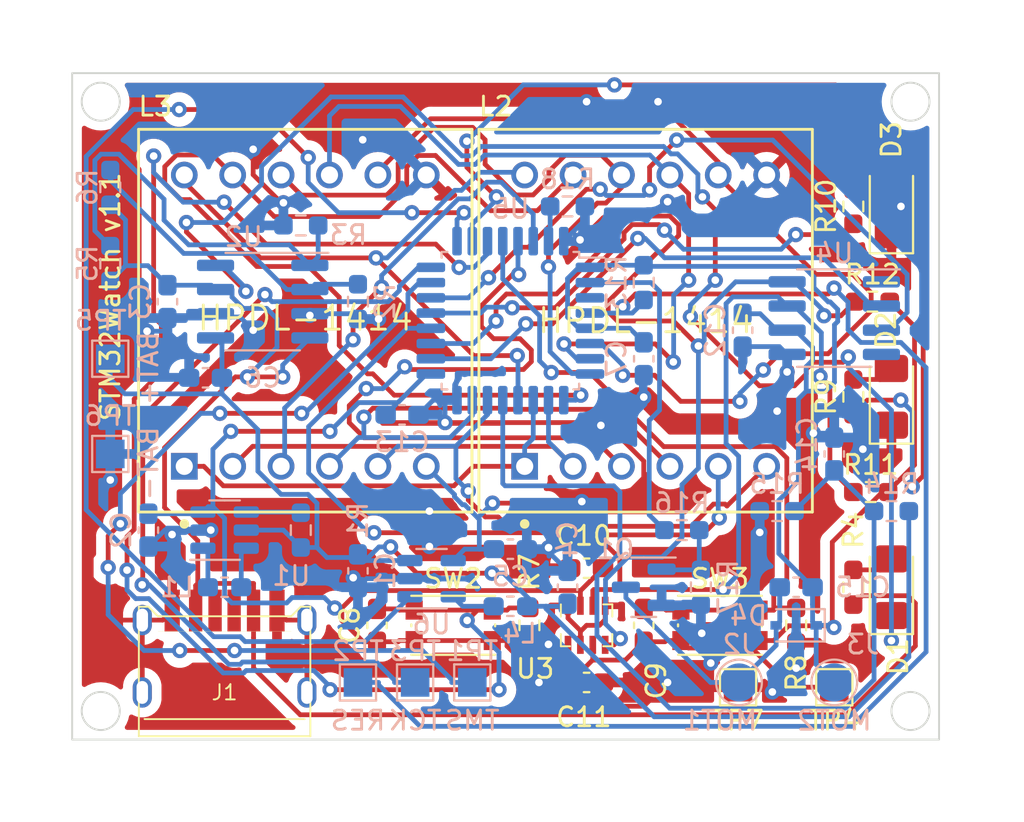
<source format=kicad_pcb>
(kicad_pcb (version 20211014) (generator pcbnew)
  (layers (0 "F.Cu" signal) (31 "B.Cu" signal) (34 "B.Paste" user) (35 "F.Paste" user) (36 "B.SilkS" user "B.Silkscreen") (37 "F.SilkS" user "F.Silkscreen") (38 "B.Mask" user) (39 "F.Mask" user) (44 "Edge.Cuts" user))
  (net 0 "")
  (net 1 "3V3")
  (net 2 "Net-(L1-Pad2)")
  (net 3 "GND")
  (net 4 "Net-(L1-Pad1)")
  (net 5 "BAT+")
  (net 6 "Net-(R1-Pad2)")
  (net 7 "VUSB")
  (net 8 "Net-(D1-Pad1)")
  (net 9 "Net-(R18-Pad2)")
  (net 10 "D5")
  (net 11 "D4")
  (net 12 "W0")
  (net 13 "Net-(D2-Pad2)")
  (net 14 "Net-(D3-Pad2)")
  (net 16 "5V")
  (net 17 "NRST")
  (net 18 "SCL")
  (net 19 "SDA")
  (net 20 "Net-(D1-Pad2)")
  (net 23 "A1")
  (net 24 "A0")
  (net 25 "D0")
  (net 26 "D1")
  (net 27 "D2")
  (net 28 "D3")
  (net 29 "D6")
  (net 30 "W1")
  (net 31 "BTN_L")
  (net 32 "BTN_R")
  (net 33 "LED_G")
  (net 34 "LED_R")
  (net 35 "Net-(TP1-Pad1)")
  (net 37 "Net-(TP3-Pad1)")
  (net 38 "DS3231_EN")
  (net 40 "Net-(L4-Pad1)")
  (net 41 "Net-(R2-Pad2)")
  (net 42 "Net-(R3-Pad2)")
  (net 43 "Net-(C15-Pad1)")
  (net 44 "DS3231_INT")
  (net 45 "DISP_EN")
  (net 46 "ADC")
  (net 47 "Net-(Q1-Pad1)")
  (net 48 "VIB_MOT")
  (footprint "LED_SMD:LED_1206_3216Metric_Pad1.42x1.75mm_HandSolder" (layer "F.Cu") (at 133 67 90)
    (fp_text reference "D2")
    (fp_text value "LED_G")
  )
  (footprint "Resistor_SMD:R_0603_1608Metric_Pad0.98x0.95mm_HandSolder" (layer "F.Cu") (at 132 62)
    (fp_text reference "R12")
    (fp_text value "4.7k")
  )
  (footprint "TestPoint:TestPoint_Pad_1.5x1.5mm" (layer "F.Cu") (at 124.95 82.25 180)
    (fp_text reference "TP7")
    (fp_text value "TMS")
  )
  (footprint "TestPoint:TestPoint_Pad_1.5x1.5mm" (layer "F.Cu") (at 130 82.25 180)
    (fp_text reference "TP4")
    (fp_text value "TMS")
  )
  (footprint "Button_Switch_SMD:SW_Push_1P1T_NO_CK_KMR2" (layer "F.Cu") (at 124 79)
    (fp_text reference "SW3")
    (fp_text value "BTN_R")
  )
  (footprint "Button_Switch_SMD:SW_Push_1P1T_NO_CK_KMR2" (layer "F.Cu") (at 110 79)
    (fp_text reference "SW2")
    (fp_text value "BTN_L")
  )
  (footprint "Package_LGA:Bosch_LGA-8_2x2.5mm_P0.65mm_ClockwisePinNumbering" (layer "F.Cu") (at 117 79)
    (fp_text reference "U3")
    (fp_text value "BMP280")
  )
  (footprint "Capacitor_SMD:C_0603_1608Metric_Pad1.08x0.95mm_HandSolder" (layer "F.Cu") (at 117 82)
    (fp_text reference "C11")
    (fp_text value "0.1uF")
  )
  (footprint "Resistor_SMD:R_0603_1608Metric_Pad0.98x0.95mm_HandSolder" (layer "F.Cu") (at 131.9125 72)
    (fp_text reference "R11")
    (fp_text value "4.7k")
  )
  (footprint "Resistor_SMD:R_0603_1608Metric_Pad0.98x0.95mm_HandSolder" (layer "F.Cu") (at 131 67 90)
    (fp_text reference "R9")
    (fp_text value "22k")
  )
  (footprint "eec:Broadcom-HPDL-1414-0" (layer "F.Cu") (at 102.235 63)
    (fp_text reference "L3")
    (fp_text value "HPDL-1414")
  )
  (footprint "Capacitor_SMD:C_0603_1608Metric_Pad1.08x0.95mm_HandSolder" (layer "F.Cu") (at 120 79 -90)
    (fp_text reference "C9")
    (fp_text value "0.1uF")
  )
  (footprint "USB-C-Connectors:TYPE-C-31-M-17_handsolder" (layer "F.Cu") (at 98 82.525)
    (fp_text reference "J1")
    (fp_text value "USB_C_Receptacle_USB2.0")
  )
  (footprint "Capacitor_SMD:C_0603_1608Metric_Pad1.08x0.95mm_HandSolder" (layer "F.Cu") (at 106 79 90)
    (fp_text reference "C8")
    (fp_text value "0.1uF")
  )
  (footprint "LED_SMD:LED_1206_3216Metric_Pad1.42x1.75mm_HandSolder" (layer "F.Cu") (at 133 77 90)
    (fp_text reference "D1")
    (fp_text value "LED")
  )
  (footprint "eec:Broadcom-HPDL-1414-0" (layer "F.Cu") (at 120.1 63)
    (fp_text reference "L2")
    (fp_text value "HPDL-1414")
  )
  (footprint "Capacitor_SMD:C_0603_1608Metric_Pad1.08x0.95mm_HandSolder" (layer "F.Cu") (at 117 76 180)
    (fp_text reference "C10")
    (fp_text value "0.1uF")
  )
  (footprint "Resistor_SMD:R_0603_1608Metric_Pad0.98x0.95mm_HandSolder" (layer "F.Cu") (at 128 79 90)
    (fp_text reference "R8")
    (fp_text value "10k")
  )
  (footprint "Resistor_SMD:R_0603_1608Metric_Pad0.98x0.95mm_HandSolder" (layer "F.Cu") (at 114 79 90)
    (fp_text reference "R7")
    (fp_text value "10k")
  )
  (footprint "Resistor_SMD:R_0603_1608Metric_Pad0.98x0.95mm_HandSolder" (layer "F.Cu") (at 131 77 -90)
    (fp_text reference "R4")
    (fp_text value "4.7k")
  )
  (footprint "LED_SMD:LED_1206_3216Metric_Pad1.42x1.75mm_HandSolder" (layer "F.Cu") (at 133 57 90)
    (fp_text reference "D3")
    (fp_text value "LED_R")
  )
  (footprint "Resistor_SMD:R_0603_1608Metric_Pad0.98x0.95mm_HandSolder" (layer "F.Cu") (at 131 57 90)
    (fp_text reference "R10")
    (fp_text value "4.7k")
  )
  (footprint "Resistor_SMD:R_0603_1608Metric_Pad0.98x0.95mm_HandSolder" (layer "B.Cu") (at 92 56 -90)
    (fp_text reference "R6")
    (fp_text value "0R")
  )
  (footprint "Diode_SMD:D_SOD-323" (layer "B.Cu") (at 128 79 180)
    (fp_text reference "D4")
    (fp_text value "1N4148WS")
  )
  (footprint "TestPoint:TestPoint_Pad_1.5x1.5mm" (layer "B.Cu") (at 108 82 180)
    (fp_text reference "TP3")
    (fp_text value "TCK")
  )
  (footprint "TestPoint:TestPoint_Pad_D2.0mm" (layer "B.Cu") (at 130 82 180)
    (fp_text reference "J3")
    (fp_text value "MOT2")
  )
  (footprint "Inductor_SMD:L_0603_1608Metric_Pad1.05x0.95mm_HandSolder" (layer "B.Cu") (at 113 78)
    (fp_text reference "L4")
    (fp_text value "2.2uH")
  )
  (footprint "Capacitor_SMD:C_0603_1608Metric_Pad1.08x0.95mm_HandSolder" (layer "B.Cu") (at 125.19 63.5 -90)
    (fp_text reference "C12")
    (fp_text value "0.1uF")
  )
  (footprint "Capacitor_SMD:C_0603_1608Metric_Pad1.08x0.95mm_HandSolder" (layer "B.Cu") (at 94 74 -90)
    (fp_text reference "C2")
    (fp_text value "10uF")
  )
  (footprint "Capacitor_SMD:C_0603_1608Metric_Pad1.08x0.95mm_HandSolder" (layer "B.Cu") (at 107.315 67.945)
    (fp_text reference "C13")
    (fp_text value "0.1uF")
  )
  (footprint "Resistor_SMD:R_0603_1608Metric_Pad0.98x0.95mm_HandSolder" (layer "B.Cu") (at 105 62 90)
    (fp_text reference "R2")
    (fp_text value "10k")
  )
  (footprint "Capacitor_SMD:C_0603_1608Metric_Pad1.08x0.95mm_HandSolder" (layer "B.Cu") (at 95 62 -90)
    (fp_text reference "C3")
    (fp_text value "4.7uF")
  )
  (footprint "Resistor_SMD:R_0603_1608Metric_Pad0.98x0.95mm_HandSolder" (layer "B.Cu") (at 122 74 180)
    (fp_text reference "R16")
    (fp_text value "2k2")
  )
  (footprint "Package_TO_SOT_SMD:SOT-23-5" (layer "B.Cu") (at 108.8625 76.55)
    (fp_text reference "U6")
    (fp_text value "xc9141")
  )
  (footprint "Capacitor_SMD:C_0603_1608Metric_Pad1.08x0.95mm_HandSolder" (layer "B.Cu") (at 128 77)
    (fp_text reference "C15")
    (fp_text value "0.1uF")
  )
  (footprint "Inductor_SMD:L_0603_1608Metric_Pad1.05x0.95mm_HandSolder" (layer "B.Cu") (at 98 77 180)
    (fp_text reference "L1")
    (fp_text value "10uH")
  )
  (footprint "Package_SO:SOIC-8_3.9x4.9mm_P1.27mm" (layer "B.Cu") (at 100 62 180)
    (fp_text reference "U2")
    (fp_text value "MAX1811")
  )
  (footprint "Capacitor_SMD:C_0603_1608Metric_Pad1.08x0.95mm_HandSolder" (layer "B.Cu") (at 130 70 -90)
    (fp_text reference "C14")
    (fp_text value "22uF")
  )
  (footprint "TestPoint:TestPoint_Pad_1.5x1.5mm" (layer "B.Cu") (at 92 65 180)
    (fp_text reference "TP5")
    (fp_text value "BAT+")
  )
  (footprint "Capacitor_SMD:C_0603_1608Metric_Pad1.08x0.95mm_HandSolder" (layer "B.Cu") (at 116 77 -90)
    (fp_text reference "C4")
    (fp_text value "10uF")
  )
  (footprint "Resistor_SMD:R_0603_1608Metric_Pad0.98x0.95mm_HandSolder" (layer "B.Cu") (at 127 73 180)
    (fp_text reference "R15")
    (fp_text value "1M")
  )
  (footprint "Capacitor_SMD:C_0603_1608Metric_Pad1.08x0.95mm_HandSolder" (layer "B.Cu") (at 97 66 180)
    (fp_text reference "C6")
    (fp_text value "2.2uF")
  )
  (footprint "Resistor_SMD:R_0603_1608Metric_Pad0.98x0.95mm_HandSolder" (layer "B.Cu") (at 116 57 180)
    (fp_text reference "R18")
    (fp_text value "10k")
  )
  (footprint "Resistor_SMD:R_0603_1608Metric_Pad0.98x0.95mm_HandSolder" (layer "B.Cu") (at 102 74 90)
    (fp_text reference "R1")
    (fp_text value "10k")
  )
  (footprint "TestPoint:TestPoint_Pad_D2.0mm" (layer "B.Cu") (at 125 82 180)
    (fp_text reference "J2")
    (fp_text value "MOT1")
  )
  (footprint "Resistor_SMD:R_0603_1608Metric_Pad0.98x0.95mm_HandSolder" (layer "B.Cu") (at 92 60 -90)
    (fp_text reference "R5")
    (fp_text value "0R")
  )
  (footprint "Package_TO_SOT_SMD:TSOT-23-6" (layer "B.Cu") (at 98 74)
    (fp_text reference "U1")
    (fp_text value "LTC3531")
  )
  (footprint "Resistor_SMD:R_0603_1608Metric_Pad0.98x0.95mm_HandSolder" (layer "B.Cu") (at 133 73 180)
    (fp_text reference "R14")
    (fp_text value "1M")
  )
  (footprint "Package_QFP:LQFP-32_7x7mm_P0.8mm" (layer "B.Cu") (at 113 63 180)
    (fp_text reference "U5")
    (fp_text value "STM32L031K6Tx")
  )
  (footprint "TestPoint:TestPoint_Pad_1.5x1.5mm" (layer "B.Cu") (at 92 70 180)
    (fp_text reference "TP6")
    (fp_text value "BAT-")
  )
  (footprint "Capacitor_SMD:C_0603_1608Metric_Pad1.08x0.95mm_HandSolder" (layer "B.Cu") (at 120 65 -90)
    (fp_text reference "C7")
    (fp_text value "1uF")
  )
  (footprint "TestPoint:TestPoint_Pad_1.5x1.5mm" (layer "B.Cu") (at 105 82 180)
    (fp_text reference "TP2")
    (fp_text value "RES")
  )
  (footprint "Capacitor_SMD:C_0603_1608Metric_Pad1.08x0.95mm_HandSolder" (layer "B.Cu") (at 113 75)
    (fp_text reference "C5")
    (fp_text value "10uF")
  )
  (footprint "Package_SO:SOIC-8_3.9x4.9mm_P1.27mm" (layer "B.Cu") (at 130 62.865 180)
    (fp_text reference "U4")
    (fp_text value "DS3231MZ")
  )
  (footprint "Resistor_SMD:R_0603_1608Metric_Pad0.98x0.95mm_HandSolder" (layer "B.Cu") (at 120 61 -90)
    (fp_text reference "R13")
    (fp_text value "10k")
  )
  (footprint "TestPoint:TestPoint_Pad_1.5x1.5mm" (layer "B.Cu") (at 111 82 180)
    (fp_text reference "TP1")
    (fp_text value "TMS")
  )
  (footprint "Resistor_SMD:R_0603_1608Metric_Pad0.98x0.95mm_HandSolder" (layer "B.Cu") (at 123 77 90)
    (fp_text reference "R17")
    (fp_text value "100k")
  )
  (footprint "Resistor_SMD:R_0603_1608Metric_Pad0.98x0.95mm_HandSolder" (layer "B.Cu") (at 102 58)
    (fp_text reference "R3")
    (fp_text value "10k")
  )
  (footprint "Capacitor_SMD:C_0603_1608Metric_Pad1.08x0.95mm_HandSolder" (layer "B.Cu") (at 105 76.1375 90)
    (fp_text reference "C1")
    (fp_text value "2.2uF")
  )
  (footprint "Package_TO_SOT_SMD:SOT-23" (layer "B.Cu") (at 120 77 180)
    (fp_text reference "Q1")
    (fp_text value "BC846")
  )
  (gr_rect (start 90 50) (end 135.5 85) (layer "Edge.Cuts") (width 0.1) (fill none))
  (gr_circle (center 134 51.5) (end 135 51.5) (layer "Edge.Cuts") (width 0.1) (fill none))
  (gr_circle (center 91.5 51.5) (end 92.5 51.5) (layer "Edge.Cuts") (width 0.1) (fill none))
  (gr_circle (center 91.5 83.5) (end 92.5 83.5) (layer "Edge.Cuts") (width 0.1) (fill none))
  (gr_circle (center 134 83.5) (end 135 83.5) (layer "Edge.Cuts") (width 0.1) (fill none))
  (gr_text "MOT1" (at 124 84) (layer "B.SilkS") (effects (font (size 1 1)) (justify mirror)))
  (gr_text "BAT-" (at 94 70.5 90) (layer "B.SilkS") (effects (font (size 1 1)) (justify mirror)))
  (gr_text "BAT+" (at 94 65.5 90) (layer "B.SilkS") (effects (font (size 1 1)) (justify mirror)))
  (gr_text "TMS" (at 111 84) (layer "B.SilkS") (effects (font (size 1 1)) (justify mirror)))
  (gr_text "TCK" (at 108 84) (layer "B.SilkS") (effects (font (size 1 1)) (justify mirror)))
  (gr_text "RES" (at 105 84) (layer "B.SilkS") (effects (font (size 1 1)) (justify mirror)))
  (gr_text "MOT2" (at 130 84) (layer "B.SilkS") (effects (font (size 1 1)) (justify mirror)))
  (gr_text "STM32Watch v1.1" (at 92 61.75 90) (layer "F.SilkS") (effects (font (size 1 1))))
  (segment (start 104.1555 78.7466) (end 104.1555 78.0913) (width 0.25) (layer "F.Cu") (net 1))
  (segment (start 132.9125 62) (end 134.213 63.3005) (width 0.25) (layer "F.Cu") (net 1))
  (segment (start 126.05 79.8) (end 126.8251 79.8) (width 0.25) (layer "F.Cu") (net 1))
  (segment (start 132.5225 72) (end 129.896 74.6265) (width 0.25) (layer "F.Cu") (net 1))
  (segment (start 104.1555 78.0913) (end 105.0719 77.1749) (width 0.25) (layer "F.Cu") (net 1))
  (segment (start 116.675 77.1749) (end 116.6876 77.1749) (width 0.25) (layer "F.Cu") (net 1))
  (segment (start 121.1749 79.8) (end 121.1124 79.8625) (width 0.25) (layer "F.Cu") (net 1))
  (segment (start 116.1375 82) (end 116.6687 81.4688) (width 0.25) (layer "F.Cu") (net 1))
  (segment (start 112.8251 79.8) (end 112.8251 80.0907) (width 0.25) (layer "F.Cu") (net 1))
  (segment (start 121.95 79.8) (end 122.3402 80.1902) (width 0.25) (layer "F.Cu") (net 1))
  (segment (start 132.825 72) (end 132.5225 72) (width 0.25) (layer "F.Cu") (net 1))
  (segment (start 111.6625 79.8) (end 111.2749 79.8) (width 0.25) (layer "F.Cu") (net 1))
  (segment (start 129.896 79.0252) (end 129.9804 79.1096) (width 0.25) (layer "F.Cu") (net 1))
  (segment (start 130 82.25) (end 127.7249 82.25) (width 0.25) (layer "F.Cu") (net 1))
  (segment (start 112.05 79.8) (end 112.8251 79.8) (width 0.25) (layer "F.Cu") (net 1))
  (segment (start 127.7249 82.25) (end 125.2749 79.8) (width 0.25) (layer "F.Cu") (net 1))
  (segment (start 112.8251 80.0907) (end 113.5595 80.8251) (width 0.25) (layer "F.Cu") (net 1))
  (segment (start 107.5625 79.8) (end 107.1749 79.8) (width 0.25) (layer "F.Cu") (net 1))
  (segment (start 105.0719 77.1749) (end 116.675 77.1749) (width 0.25) (layer "F.Cu") (net 1))
  (segment (start 121.95 79.8) (end 121.1749 79.8) (width 0.25) (layer "F.Cu") (net 1))
  (segment (start 132.825 71.965) (end 132.825 72) (width 0.25) (layer "F.Cu") (net 1))
  (segment (start 124.8847 80.1902) (end 125.2749 79.8) (width 0.25) (layer "F.Cu") (net 1))
  (segment (start 116.6876 77.1749) (end 117.8625 76) (width 0.25) (layer "F.Cu") (net 1))
  (segment (start 134.213 63.3005) (end 134.213 70.577) (width 0.25) (layer "F.Cu") (net 1))
  (segment (start 117.325 80.025) (end 117.325 80.8251) (width 0.25) (layer "F.Cu") (net 1))
  (segment (start 98.3278 68.8117) (end 103.5288 68.8117) (width 0.25) (layer "F.Cu") (net 1))
  (segment (start 106 79.8625) (end 105.2714 79.8625) (width 0.25) (layer "F.Cu") (net 1))
  (segment (start 107.1124 79.8625) (end 106 79.8625) (width 0.25) (layer "F.Cu") (net 1))
  (segment (start 111.2749 79.8) (end 107.95 79.8) (width 0.25) (layer "F.Cu") (net 1))
  (segment (start 116.025 80.8251) (end 116.6687 81.4688) (width 0.25) (layer "F.Cu") (net 1))
  (segment (start 126.8251 79.8) (end 127.5999 79.0252) (width 0.25) (layer "F.Cu") (net 1))
  (segment (start 117.3124 80.8251) (end 117.325 80.8251) (width 0.25) (layer "F.Cu") (net 1))
  (segment (start 116.025 80.025) (end 116.025 80.8251) (width 0.25) (layer "F.Cu") (net 1))
  (segment (start 107.1749 79.8) (end 107.1124 79.8625) (width 0.25) (layer "F.Cu") (net 1))
  (segment (start 105.2714 79.8625) (end 104.1555 78.7466) (width 0.25) (layer "F.Cu") (net 1))
  (segment (start 116.6687 81.4688) (end 117.3124 80.8251) (width 0.25) (layer "F.Cu") (net 1))
  (segment (start 117.325 80.8251) (end 119.0374 80.8251) (width 0.25) (layer "F.Cu") (net 1))
  (segment (start 134.213 70.577) (end 132.825 71.965) (width 0.25) (layer "F.Cu") (net 1))
  (segment (start 127.5999 79.0252) (end 129.896 79.0252) (width 0.25) (layer "F.Cu") (net 1))
  (segment (start 121.1124 79.8625) (end 120 79.8625) (width 0.25) (layer "F.Cu") (net 1))
  (segment (start 111.6625 79.8) (end 112.05 79.8) (width 0.25) (layer "F.Cu") (net 1))
  (segment (start 126.05 79.8) (end 125.2749 79.8) (width 0.25) (layer "F.Cu") (net 1))
  (segment (start 129.896 74.6265) (end 129.896 79.0252) (width 0.25) (layer "F.Cu") (net 1))
  (segment (start 119.0374 80.8251) (end 120 79.8625) (width 0.25) (layer "F.Cu") (net 1))
  (segment (start 122.3402 80.1902) (end 124.8847 80.1902) (width 0.25) (layer "F.Cu") (net 1))
  (segment (start 103.7817 78.0913) (end 104.1555 78.0913) (width 0.25) (layer "F.Cu") (net 1))
  (segment (start 107.5625 79.8) (end 107.95 79.8) (width 0.25) (layer "F.Cu") (net 1))
  (segment (start 116.675 77.975) (end 116.675 77.1749) (width 0.25) (layer "F.Cu") (net 1))
  (segment (start 113.5595 80.8251) (end 116.025 80.8251) (width 0.25) (layer "F.Cu") (net 1))
  (via (at 103.7817 78.0913) (size 0.8) (drill 0.4) (layers "F.Cu" "B.Cu") (net 1))
  (via (at 98.3278 68.8117) (size 0.8) (drill 0.4) (layers "F.Cu" "B.Cu") (net 1))
  (via (at 129.9804 79.1096) (size 0.8) (drill 0.4) (layers "F.Cu" "B.Cu") (net 1))
  (via (at 103.5288 68.8117) (size 0.8) (drill 0.4) (layers "F.Cu" "B.Cu") (net 1))
  (segment (start 128.5289 66.7022) (end 128.1174 67.1137) (width 0.25) (layer "B.Cu") (net 1))
  (segment (start 116.589283 60.2) (end 116 60.789283) (width 0.25) (layer "B.Cu") (net 1))
  (segment (start 98 73.385) (end 98 77.4484) (width 0.25) (layer "B.Cu") (net 1))
  (segment (start 96.8625 73.05) (end 97.1419 72.7706) (width 0.25) (layer "B.Cu") (net 1))
  (segment (start 108.598 65.8) (end 107.0947 67.3026) (width 0.25) (layer "B.Cu") (net 1))
  (segment (start 128.862 77.9062) (end 128.862 78.8125) (width 0.25) (layer "B.Cu") (net 1))
  (segment (start 129.05 79) (end 129.6751 79) (width 0.25) (layer "B.Cu") (net 1))
  (segment (start 130.1812 62.4112) (end 130.1812 63.0423) (width 0.25) (layer "B.Cu") (net 1))
  (segment (start 129.7847 79.1096) (end 129.9804 79.1096) (width 0.25) (layer "B.Cu") (net 1))
  (segment (start 127.0899 72.4331) (end 127.0899 75.2274) (width 0.25) (layer "B.Cu") (net 1))
  (segment (start 128.8625 77.9057) (end 128.8625 77) (width 0.25) (layer "B.Cu") (net 1))
  (segment (start 117.175 60.2) (end 116.589283 60.2) (width 0.25) (layer "B.Cu") (net 1))
  (segment (start 98 77.4484) (end 98.3747 77.8231) (width 0.25) (layer "B.Cu") (net 1))
  (segment (start 129.6858 62.0167) (end 129.7867 62.0167) (width 0.25) (layer "B.Cu") (net 1))
  (segment (start 128.5289 65.414) (end 128.5289 66.7022) (width 0.25) (layer "B.Cu") (net 1))
  (segment (start 128.8631 64.4046) (end 128.8631 65.0798) (width 0.25) (layer "B.Cu") (net 1))
  (segment (start 129.7867 62.0167) (end 130.1812 62.4112) (width 0.25) (layer "B.Cu") (net 1))
  (segment (start 127.9585 63.5) (end 128.8631 64.4046) (width 0.25) (layer "B.Cu") (net 1))
  (segment (start 128.1174 67.1137) (end 128.1174 71.4056) (width 0.25) (layer "B.Cu") (net 1))
  (segment (start 128.3753 60.1481) (end 128.9343 60.7071) (width 0.25) (layer "B.Cu") (net 1))
  (segment (start 97.3856 69.7539) (end 98.3278 68.8117) (width 0.25) (layer "B.Cu") (net 1))
  (segment (start 101.2615 77.8231) (end 101.5431 77.5415) (width 0.25) (layer "B.Cu") (net 1))
  (segment (start 127.525 63.5) (end 127.9585 63.5) (width 0.25) (layer "B.Cu") (net 1))
  (segment (start 97.1419 72.7706) (end 97.3856 72.7706) (width 0.25) (layer "B.Cu") (net 1))
  (segment (start 103.2319 77.5415) (end 103.7817 78.0913) (width 0.25) (layer "B.Cu") (net 1))
  (segment (start 96.775 73.1375) (end 96.8625 73.05) (width 0.25) (layer "B.Cu") (net 1))
  (segment (start 116 62.810717) (end 116.589283 63.4) (width 0.25) (layer "B.Cu") (net 1))
  (segment (start 126.975 63.5) (end 127.525 63.5) (width 0.25) (layer "B.Cu") (net 1))
  (segment (start 130.0103 63.2132) (end 130.0103 66.2371) (width 0.25) (layer "B.Cu") (net 1))
  (segment (start 130.0103 66.2371) (end 129.5452 66.7022) (width 0.25) (layer "B.Cu") (net 1))
  (segment (start 116.589283 63.4) (end 117.175 63.4) (width 0.25) (layer "B.Cu") (net 1))
  (segment (start 103.5288 68.8117) (end 105.0379 67.3026) (width 0.25) (layer "B.Cu") (net 1))
  (segment (start 129.05 79) (end 129.05 81.05) (width 0.25) (layer "B.Cu") (net 1))
  (segment (start 117.288 60.0875) (end 117.175 60.2) (width 0.25) (layer "B.Cu") (net 1))
  (segment (start 128.862 77) (end 128.862 77.9062) (width 0.25) (layer "B.Cu") (net 1))
  (segment (start 129.6751 79) (end 129.7847 79.1096) (width 0.25) (layer "B.Cu") (net 1))
  (segment (start 128.862 78.8125) (end 129.05 79) (width 0.25) (layer "B.Cu") (net 1))
  (segment (start 120 64.1375) (end 119.262 63.4) (width 0.25) (layer "B.Cu") (net 1))
  (segment (start 98.3747 77.8231) (end 101.2615 77.8231) (width 0.25) (layer "B.Cu") (net 1))
  (segment (start 128.9343 61.2652) (end 129.6858 62.0167) (width 0.25) (layer "B.Cu") (net 1))
  (segment (start 127.0899 75.2274) (end 128.8625 77) (width 0.25) (layer "B.Cu") (net 1))
  (segment (start 128.1174 71.4056) (end 127.0899 72.4331) (width 0.25) (layer "B.Cu") (net 1))
  (segment (start 125.19 62.6375) (end 126.112 62.6375) (width 0.25) (layer "B.Cu") (net 1))
  (segment (start 105.0379 67.3026) (end 107.0947 67.3026) (width 0.25) (layer "B.Cu") (net 1))
  (segment (start 130.1812 63.0423) (end 130.0103 63.2132) (width 0.25) (layer "B.Cu") (net 1))
  (segment (start 128.862 77.9062) (end 128.8625 77.9057) (width 0.25) (layer "B.Cu") (net 1))
  (segment (start 97.3856 72.7706) (end 98 73.385) (width 0.25) (layer "B.Cu") (net 1))
  (segment (start 126.112 62.6375) (end 126.975 63.5) (width 0.25) (layer "B.Cu") (net 1))
  (segment (start 101.5431 77.5415) (end 103.2319 77.5415) (width 0.25) (layer "B.Cu") (net 1))
  (segment (start 129.05 81.05) (end 130 82) (width 0.25) (layer "B.Cu") (net 1))
  (segment (start 108.825 65.8) (end 108.598 65.8) (width 0.25) (layer "B.Cu") (net 1))
  (segment (start 128.8631 65.0798) (end 128.5289 65.414) (width 0.25) (layer "B.Cu") (net 1))
  (segment (start 128.9343 60.7071) (end 128.9343 61.2652) (width 0.25) (layer "B.Cu") (net 1))
  (segment (start 107.0947 67.3026) (end 106.452 67.945) (width 0.25) (layer "B.Cu") (net 1))
  (segment (start 120.0606 60.1481) (end 128.3753 60.1481) (width 0.25) (layer "B.Cu") (net 1))
  (segment (start 129.5452 66.7022) (end 128.5289 66.7022) (width 0.25) (layer "B.Cu") (net 1))
  (segment (start 106.452 67.945) (end 106.4525 67.945) (width 0.25) (layer "B.Cu") (net 1))
  (segment (start 94 73.1375) (end 96.775 73.1375) (width 0.25) (layer "B.Cu") (net 1))
  (segment (start 116 60.789283) (end 116 62.810717) (width 0.25) (layer "B.Cu") (net 1))
  (segment (start 120 60.0875) (end 120.0606 60.1481) (width 0.25) (layer "B.Cu") (net 1))
  (segment (start 119.262 63.4) (end 117.175 63.4) (width 0.25) (layer "B.Cu") (net 1))
  (segment (start 120 60.0875) (end 117.288 60.0875) (width 0.25) (layer "B.Cu") (net 1))
  (segment (start 97.3856 72.7706) (end 97.3856 69.7539) (width 0.25) (layer "B.Cu") (net 1))
  (segment (start 97.125 77) (end 97.125 75.2125) (width 0.25) (layer "B.Cu") (net 2))
  (segment (start 97.125 75.2125) (end 96.8625 74.95) (width 0.25) (layer "B.Cu") (net 2))
  (segment (start 114.5 82) (end 115.7481 83.2481) (width 0.25) (layer "F.Cu") (net 3))
  (segment (start 117.25 83.2481) (end 120.0019 83.2481) (width 0.25) (layer "F.Cu") (net 3))
  (segment (start 100.971931 56.8065) (end 99.5 55.334569) (width 0.25) (layer "F.Cu") (net 3))
  (segment (start 102.32 78.725) (end 102.32 82.525) (width 0.25) (layer "F.Cu") (net 3))
  (segment (start 117.975 77.975) (end 117.975 78.7) (width 0.25) (layer "F.Cu") (net 3))
  (segment (start 114 79.9125) (end 114.9125 79.9125) (width 0.25) (layer "F.Cu") (net 3))
  (segment (start 108.889 75) (end 108.75 74.861) (width 0.25) (layer "F.Cu") (net 3))
  (segment (start 94.75 78.725) (end 95.25 78.225) (width 0.25) (layer "F.Cu") (net 3))
  (segment (start 102.475 62.725) (end 102.475 62.7245) (width 0.25) (layer "F.Cu") (net 3))
  (segment (start 109.571 68.3524) (end 117.6024 68.3524) (width 0.25) (layer "F.Cu") (net 3))
  (segment (start 116.025 78.625) (end 116.025 77.975) (width 0.25) (layer "F.Cu") (net 3))
  (segment (start 102.32 78.725) (end 101.25 78.725) (width 0.25) (layer "F.Cu") (net 3))
  (segment (start 117.675 79) (end 117 79) (width 0.25) (layer "F.Cu") (net 3))
  (segment (start 120.0019 83.2481) (end 121.25 82) (width 0.25) (layer "F.Cu") (net 3))
  (segment (start 115.0036 74.9215) (end 109.8285 74.9215) (width 0.25) (layer "F.Cu") (net 3))
  (segment (start 116.675 79.275) (end 116.675 80.025) (width 0.25) (layer "F.Cu") (net 3))
  (segment (start 109.8285 74.9215) (end 109.75 75) (width 0.25) (layer "F.Cu") (net 3))
  (segment (start 120 70.370431) (end 118.129569 68.5) (width 0.25) (layer "F.Cu") (net 3))
  (segment (start 118.75 72.5) (end 120 71.25) (width 0.25) (layer "F.Cu") (net 3))
  (segment (start 114.9125 79.9125) (end 115 80) (width 0.25) (layer "F.Cu") (net 3))
  (segment (start 101.75 63.5) (end 102.5 62.75) (width 0.25) (layer "F.Cu") (net 3))
  (segment (start 118.129569 68.5) (end 117.75 68.5) (width 0.25) (layer "F.Cu") (net 3))
  (segment (start 109.75 75) (end 108.889 75) (width 0.25) (layer "F.Cu") (net 3))
  (segment (start 99.5 55.334569) (end 99.5 54) (width 0.25) (layer "F.Cu") (net 3))
  (segment (start 91 78) (end 91.725 78.725) (width 0.25) (layer "F.Cu") (net 3))
  (segment (start 91 72.369) (end 91 78) (width 0.25) (layer "F.Cu") (net 3))
  (segment (start 120 71.25) (end 120 70.370431) (width 0.25) (layer "F.Cu") (net 3))
  (segment (start 101.25 78.725) (end 100.75 78.225) (width 0.25) (layer "F.Cu") (net 3))
  (segment (start 91.725 78.725) (end 93.68 78.725) (width 0.25) (layer "F.Cu") (net 3))
  (segment (start 116.75 72.5) (end 118.75 72.5) (width 0.25) (layer "F.Cu") (net 3))
  (segment (start 117 79) (end 116.675 79.325) (width 0.25) (layer "F.Cu") (net 3))
  (segment (start 115.7481 83.2481) (end 117.25 83.2481) (width 0.25) (layer "F.Cu") (net 3))
  (segment (start 101.0875 56.8065) (end 100.971931 56.8065) (width 0.25) (layer "F.Cu") (net 3))
  (segment (start 92 71.369) (end 91 72.369) (width 0.25) (layer "F.Cu") (net 3))
  (segment (start 117.975 78.7) (end 117.675 79) (width 0.25) (layer "F.Cu") (net 3))
  (segment (start 99.5 63.5) (end 101.75 63.5) (width 0.25) (layer "F.Cu") (net 3))
  (segment (start 93.68 82.525) (end 93.68 78.725) (width 0.25) (layer "F.Cu") (net 3))
  (segment (start 102.5 62.75) (end 102.475 62.725) (width 0.25) (layer "F.Cu") (net 3))
  (segment (start 116.675 79.325) (end 116.675 79.275) (width 0.25) (layer "F.Cu") (net 3))
  (segment (start 117.6024 68.3524) (end 117.75 68.5) (width 0.25) (layer "F.Cu") (net 3))
  (segment (start 93.68 78.725) (end 94.75 78.725) (width 0.25) (layer "F.Cu") (net 3))
  (segment (start 116.675 79.275) (end 116.025 78.625) (width 0.25) (layer "F.Cu") (net 3))
  (via (at 121.25 82) (size 0.8) (drill 0.4) (layers "F.Cu" "B.Cu") (net 3))
  (via (at 108.75 74.861) (size 0.8) (drill 0.4) (layers "F.Cu" "B.Cu") (net 3))
  (via (at 97.2755 74) (size 0.8) (drill 0.4) (layers "F.Cu" "B.Cu") (net 3))
  (via (at 127 67.75) (size 0.8) (drill 0.4) (layers "F.Cu" "B.Cu") (net 3))
  (via (at 92 71.369) (size 0.8) (drill 0.4) (layers "F.Cu" "B.Cu") (net 3))
  (via (at 127.525 65.6932) (size 0.8) (drill 0.4) (layers "F.Cu" "B.Cu") (net 3))
  (via (at 115 80) (size 0.8) (drill 0.4) (layers "F.Cu" "B.Cu") (net 3))
  (via (at 116.656 58.7568) (size 0.8) (drill 0.4) (layers "F.Cu" "B.Cu") (net 3))
  (via (at 120 67.0148) (size 0.8) (drill 0.4) (layers "F.Cu" "B.Cu") (net 3))
  (via (at 104.75 76.5) (size 0.8) (drill 0.4) (layers "F.Cu" "B.Cu") (net 3))
  (via (at 121.25 56.75) (size 0.8) (drill 0.4) (layers "F.Cu" "B.Cu") (net 3))
  (via (at 117.75 68.5) (size 0.8) (drill 0.4) (layers "F.Cu" "B.Cu") (net 3))
  (via (at 123.5167 80.9833) (size 0.8) (drill 0.4) (layers "F.Cu" "B.Cu") (net 3))
  (via (at 93.9301 63.5527) (size 0.8) (drill 0.4) (layers "F.Cu" "B.Cu") (net 3))
  (via (at 105.25 53.5) (size 0.8) (drill 0.4) (layers "F.Cu" "B.Cu") (net 3))
  (via (at 117 51.5) (size 0.8) (drill 0.4) (layers "F.Cu" "B.Cu") (net 3))
  (via (at 114.5 82) (size 0.8) (drill 0.4) (layers "F.Cu" "B.Cu") (net 3))
  (via (at 123.0443 79.4181) (size 0.8) (drill 0.4) (layers "F.Cu" "B.Cu") (net 3))
  (via (at 116.75 72.5) (size 0.8) (drill 0.4) (layers "F.Cu" "B.Cu") (net 3))
  (via (at 133.5 57) (size 0.8) (drill 0.4) (layers "F.Cu" "B.Cu") (net 3))
  (via (at 108.75 73) (size 0.8) (drill 0.4) (layers "F.Cu" "B.Cu") (net 3))
  (via (at 115.0036 74.9215) (size 0.8) (drill 0.4) (layers "F.Cu" "B.Cu") (net 3))
  (via (at 102.475 62.7245) (size 0.8) (drill 0.4) (layers "F.Cu" "B.Cu") (net 3))
  (via (at 106.084 62.9125) (size 0.8) (drill 0.4) (layers "F.Cu" "B.Cu") (net 3))
  (via (at 109.571 68.3524) (size 0.8) (drill 0.4) (layers "F.Cu" "B.Cu") (net 3))
  (via (at 131.5 69.75) (size 0.8) (drill 0.4) (layers "F.Cu" "B.Cu") (net 3))
  (via (at 99.5 63.5) (size 0.8) (drill 0.4) (layers "F.Cu" "B.Cu") (net 3))
  (via (at 126.0875 74.1207) (size 0.8) (drill 0.4) (layers "F.Cu" "B.Cu") (net 3))
  (via (at 126.75 82.5) (size 0.8) (drill 0.4) (layers "F.Cu" "B.Cu") (net 3))
  (via (at 99.5 54) (size 0.8) (drill 0.4) (layers "F.Cu" "B.Cu") (net 3))
  (via (at 128 81.25) (size 0.8) (drill 0.4) (layers "F.Cu" "B.Cu") (net 3))
  (via (at 120.75 51.5) (size 0.8) (drill 0.4) (layers "F.Cu" "B.Cu") (net 3))
  (via (at 95.2429 74.2323) (size 0.8) (drill 0.4) (layers "F.Cu" "B.Cu") (net 3))
  (via (at 128.9048 68.9102) (size 0.8) (drill 0.4) (layers "F.Cu" "B.Cu") (net 3))
  (via (at 101.0875 56.8065) (size 0.8) (drill 0.4) (layers "F.Cu" "B.Cu") (net 3))
  (segment (start 116.6558 58.7568) (end 116.656 58.7568) (width 0.25) (layer "B.Cu") (net 3))
  (segment (start 126.0875 74.1207) (end 126.0875 73) (width 0.25) (layer "B.Cu") (net 3))
  (segment (start 116.912 57) (end 116.912 57.7125) (width 0.25) (layer "B.Cu") (net 3))
  (segment (start 97.2975 62.8625) (end 97.525 62.635) (width 0.25) (layer "B.Cu") (net 3))
  (segment (start 114.862 75) (end 114.8937 75.0317) (width 0.25) (layer "B.Cu") (net 3))
  (segment (start 113.8625 75) (end 114.862 75) (width 0.25) (layer "B.Cu") (net 3))
  (segment (start 114.8937 75.0317) (end 116 76.1375) (width 0.25) (layer "B.Cu") (net 3))
  (segment (start 98.8058 62.8058) (end 99.5 63.5) (width 0.25) (layer "B.Cu") (net 3))
  (segment (start 120 65.8625) (end 120 67.0148) (width 0.25) (layer "B.Cu") (net 3))
  (segment (start 125.19 64.3625) (end 127.118 64.3625) (width 0.25) (layer "B.Cu") (net 3))
  (segment (start 127.118 64.3625) (end 127.525 64.77) (width 0.25) (layer "B.Cu") (net 3))
  (segment (start 104.722 62.635) (end 105 62.9125) (width 0.25) (layer "B.Cu") (net 3))
  (segment (start 116.912 57.7125) (end 116.2619 58.3629) (width 0.25) (layer "B.Cu") (net 3))
  (segment (start 116.9125 57) (end 116.912 57) (width 0.25) (layer "B.Cu") (net 3))
  (segment (start 105.45 76.55) (end 107.725 76.55) (width 0.25) (layer "B.Cu") (net 3))
  (segment (start 129.7727 68.9102) (end 128.9048 68.9102) (width 0.25) (layer "B.Cu") (net 3))
  (segment (start 117 51.5) (end 120.75 51.5) (width 0.25) (layer "B.Cu") (net 3))
  (segment (start 95 62.8625) (end 97.2975 62.8625) (width 0.25) (layer "B.Cu") (net 3))
  (segment (start 123.25 80.5) (end 123.5167 80.7667) (width 0.25) (layer "B.Cu") (net 3))
  (segment (start 95 63.5527) (end 93.9301 63.5527) (width 0.25) (layer "B.Cu") (net 3))
  (segment (start 120.975 77.9125) (end 120.938 77.95) (width 0.25) (layer "B.Cu") (net 3))
  (segment (start 96.1375 64.6902) (end 95 63.5527) (width 0.25) (layer "B.Cu") (net 3))
  (segment (start 105 77) (end 105.45 76.55) (width 0.25) (layer "B.Cu") (net 3))
  (segment (start 109.571 67.175) (end 108.948 67.175) (width 0.25) (layer "B.Cu") (net 3))
  (segment (start 127.525 65.6932) (end 127.525 64.77) (width 0.25) (layer "B.Cu") (net 3))
  (segment (start 123.5167 80.7667) (end 123.5167 80.9833) (width 0.25) (layer "B.Cu") (net 3))
  (segment (start 94.8625 74) (end 95.4188 74) (width 0.25) (layer "B.Cu") (net 3))
  (segment (start 115.0036 74.9215) (end 115.0036 74.2464) (width 0.25) (layer "B.Cu") (net 3))
  (segment (start 95.4188 74) (end 95.4752 74) (width 0.25) (layer "B.Cu") (net 3))
  (segment (start 95.4752 74) (end 96.8625 74) (width 0.25) (layer "B.Cu") (net 3))
  (segment (start 92 71.369) (end 92 70) (width 0.25) (layer "B.Cu") (net 3))
  (segment (start 116.2619 58.3629) (end 115.8 58.825) (width 0.25) (layer "B.Cu") (net 3))
  (segment (start 102.475 62.635) (end 104.722 62.635) (width 0.25) (layer "B.Cu") (net 3))
  (segment (start 115.0036 74.9215) (end 114.8937 75.0314) (width 0.25) (layer "B.Cu") (net 3))
  (segment (start 123 77.9125) (end 120.975 77.9125) (width 0.25) (layer "B.Cu") (net 3))
  (segment (start 105 62.9125) (end 106.084 62.9125) (width 0.25) (layer "B.Cu") (net 3))
  (segment (start 123.0443 79.4181) (end 123.0443 80.2943) (width 0.25) (layer "B.Cu") (net 3))
  (segment (start 108.75 74.861) (end 108.75 73) (width 0.25) (layer "B.Cu") (net 3))
  (segment (start 123.0443 80.2943) (end 123.25 80.5) (width 0.25) (layer "B.Cu") (net 3))
  (segment (start 115 81.5) (end 114.5 82) (width 0.25) (layer "B.Cu") (net 3))
  (segment (start 108.1775 67.945) (end 108.178 67.945) (width 0.25) (layer "B.Cu") (net 3))
  (segment (start 96.8625 74) (end 97.2755 74) (width 0.25) (layer "B.Cu") (net 3))
  (segment (start 95.4752 74) (end 95.2429 74.2323) (width 0.25) (layer "B.Cu") (net 3))
  (segment (start 108.948 67.175) (end 108.178 67.945) (width 0.25) (layer "B.Cu") (net 3))
  (segment (start 124.5 57.5) (end 124.5 57.3) (width 0.25) (layer "B.Cu") (net 3))
  (segment (start 97.6958 62.8058) (end 98.8058 62.8058) (width 0.25) (layer "B.Cu") (net 3))
  (segment (start 123.0443 79.4181) (end 123 79.3738) (width 0.25) (layer "B.Cu") (net 3))
  (segment (start 123 79.3738) (end 123 77.9125) (width 0.25) (layer "B.Cu") (net 3))
  (segment (start 121.25 56.75) (end 122 57.5) (width 0.25) (layer "B.Cu") (net 3))
  (segment (start 96.1375 66) (end 96.1375 64.6902) (width 0.25) (layer "B.Cu") (net 3))
  (segment (start 97.525 62.635) (end 97.6958 62.8058) (width 0.25) (layer "B.Cu") (net 3))
  (segment (start 101.0875 58) (end 101.0875 56.8065) (width 0.25) (layer "B.Cu") (net 3))
  (segment (start 116.2619 58.3629) (end 116.6558 58.7568) (width 0.25) (layer "B.Cu") (net 3))
  (segment (start 109.571 68.3524) (end 109.571 67.175) (width 0.25) (layer "B.Cu") (net 3))
  (segment (start 122 57.5) (end 124.5 57.5) (width 0.25) (layer "B.Cu") (net 3))
  (segment (start 115.0036 74.2464) (end 116.75 72.5) (width 0.25) (layer "B.Cu") (net 3))
  (segment (start 124.5 57.3) (end 126.45 55.35) (width 0.25) (layer "B.Cu") (net 3))
  (segment (start 130 69.1375) (end 129.7727 68.9102) (width 0.25) (layer "B.Cu") (net 3))
  (segment (start 120.9375 77.95) (end 120.938 77.95) (width 0.25) (layer "B.Cu") (net 3))
  (segment (start 128 81.25) (end 126.75 82.5) (width 0.25) (layer "B.Cu") (net 3))
  (segment (start 95 62.8625) (end 95 63.5527) (width 0.25) (layer "B.Cu") (net 3))
  (segment (start 114.8937 75.0314) (end 114.8937 75.0317) (width 0.25) (layer "B.Cu") (net 3))
  (segment (start 95.4188 74) (end 95.4752 74) (width 0.25) (layer "B.Cu") (net 3))
  (segment (start 94 74.8625) (end 94.8625 74) (width 0.25) (layer "B.Cu") (net 3))
  (segment (start 115 80) (end 115 81.5) (width 0.25) (layer "B.Cu") (net 3))
  (segment (start 110.2 67.175) (end 109.571 67.175) (width 0.25) (layer "B.Cu") (net 3))
  (segment (start 98.875 77) (end 98.875 75.2125) (width 0.25) (layer "B.Cu") (net 4))
  (segment (start 98.875 75.2125) (end 99.1375 74.95) (width 0.25) (layer "B.Cu") (net 4))
  (segment (start 108.0904 76.2629) (end 106.7094 74.8819) (width 0.25) (layer "F.Cu") (net 5))
  (segment (start 112.0337 76.2629) (end 108.0904 76.2629) (width 0.25) (layer "F.Cu") (net 5))
  (via (at 112.0337 76.2629) (size 0.8) (drill 0.4) (layers "F.Cu" "B.Cu") (net 5))
  (via (at 106.7094 74.8819) (size 0.8) (drill 0.4) (layers "F.Cu" "B.Cu") (net 5))
  (segment (start 105.1625 75.4375) (end 105.325 75.6) (width 0.25) (layer "B.Cu") (net 5))
  (segment (start 120.5474 83.8032) (end 130.7759 83.8032) (width 0.25) (layer "B.Cu") (net 5))
  (segment (start 101.088 74) (end 99.1375 74) (width 0.25) (layer "B.Cu") (net 5))
  (segment (start 105.3839 75.6) (end 106.102 74.8819) (width 0.25) (layer "B.Cu") (net 5))
  (segment (start 102.8475 74.9125) (end 102.8475 72.5912) (width 0.25) (layer "B.Cu") (net 5))
  (segment (start 114.8685 78) (end 114.8685 78.1243) (width 0.25) (layer "B.Cu") (net 5))
  (segment (start 99.7472 70.902) (end 99.7472 68.7284) (width 0.25) (layer "B.Cu") (net 5))
  (segment (start 114.3718 78) (end 112.6347 76.2629) (width 0.25) (layer "B.Cu") (net 5))
  (segment (start 99.7472 68.7284) (end 97.8625 66.8437) (width 0.25) (layer "B.Cu") (net 5))
  (segment (start 97.8625 66) (end 97.8625 64.2425) (width 0.25) (layer "B.Cu") (net 5))
  (segment (start 130.7759 83.8032) (end 133.9125 80.6666) (width 0.25) (layer "B.Cu") (net 5))
  (segment (start 106.102 74.8819) (end 106.7094 74.8819) (width 0.25) (layer "B.Cu") (net 5))
  (segment (start 102.8475 74.9125) (end 102 74.9125) (width 0.25) (layer "B.Cu") (net 5))
  (segment (start 114.3718 78) (end 114.8685 78) (width 0.25) (layer "B.Cu") (net 5))
  (segment (start 97.8625 64.2425) (end 97.525 63.905) (width 0.25) (layer "B.Cu") (net 5))
  (segment (start 92.7686 66.8437) (end 92 66.0751) (width 0.25) (layer "B.Cu") (net 5))
  (segment (start 103.3725 75.4375) (end 105.1625 75.4375) (width 0.25) (layer "B.Cu") (net 5))
  (segment (start 97.8625 66.8437) (end 97.8625 66) (width 0.25) (layer "B.Cu") (net 5))
  (segment (start 113.875 78) (end 114.3718 78) (width 0.25) (layer "B.Cu") (net 5))
  (segment (start 114.8685 78.1243) (end 120.5474 83.8032) (width 0.25) (layer "B.Cu") (net 5))
  (segment (start 105.325 75.6) (end 105.3839 75.6) (width 0.25) (layer "B.Cu") (net 5))
  (segment (start 115.862 78) (end 116 77.8625) (width 0.25) (layer "B.Cu") (net 5))
  (segment (start 102 74.9125) (end 101.088 74) (width 0.25) (layer "B.Cu") (net 5))
  (segment (start 92 65) (end 92 66.0751) (width 0.25) (layer "B.Cu") (net 5))
  (segment (start 102.3788 72.1225) (end 100.9677 72.1225) (width 0.25) (layer "B.Cu") (net 5))
  (segment (start 114.8685 78) (end 115.862 78) (width 0.25) (layer "B.Cu") (net 5))
  (segment (start 105 75.275) (end 105.1625 75.4375) (width 0.25) (layer "B.Cu") (net 5))
  (segment (start 112.6347 76.2629) (end 112.0337 76.2629) (width 0.25) (layer "B.Cu") (net 5))
  (segment (start 102.8475 72.5912) (end 102.3788 72.1225) (width 0.25) (layer "B.Cu") (net 5))
  (segment (start 100.9677 72.1225) (end 99.7472 70.902) (width 0.25) (layer "B.Cu") (net 5))
  (segment (start 97.8625 66.8437) (end 92.7686 66.8437) (width 0.25) (layer "B.Cu") (net 5))
  (segment (start 133.9125 80.6666) (end 133.9125 73) (width 0.25) (layer "B.Cu") (net 5))
  (segment (start 105.3839 75.6) (end 107.725 75.6) (width 0.25) (layer "B.Cu") (net 5))
  (segment (start 102.8475 74.9125) (end 103.3725 75.4375) (width 0.25) (layer "B.Cu") (net 5))
  (segment (start 101.962 73.05) (end 99.1375 73.05) (width 0.25) (layer "B.Cu") (net 6))
  (segment (start 102 73.0875) (end 101.962 73.05) (width 0.25) (layer "B.Cu") (net 6))
  (segment (start 131 77.9125) (end 131.4666 77.4459) (width 0.25) (layer "F.Cu") (net 7))
  (segment (start 98.5688 65.9539) (end 94.8495 69.6732) (width 0.25) (layer "F.Cu") (net 7))
  (segment (start 99.52 81.2497) (end 99.52 79.6501) (width 0.25) (layer "F.Cu") (net 7))
  (segment (start 96.48 76.9124) (end 96.5925 76.7999) (width 0.25) (layer "F.Cu") (net 7))
  (segment (start 94.8495 69.6732) (end 94.8495 72.8132) (width 0.25) (layer "F.Cu") (net 7))
  (segment (start 134.256 77.8415) (end 134.256 80.0827) (width 0.25) (layer "F.Cu") (net 7))
  (segment (start 131.4666 77.4459) (end 133.8604 77.4459) (width 0.25) (layer "F.Cu") (net 7))
  (segment (start 96.5925 74.5562) (end 96.5925 76.7999) (width 0.25) (layer "F.Cu") (net 7))
  (segment (start 96.48 78.225) (end 96.48 76.9124) (width 0.25) (layer "F.Cu") (net 7))
  (segment (start 134.256 80.0827) (end 130.6406 83.6981) (width 0.25) (layer "F.Cu") (net 7))
  (segment (start 99.52 78.225) (end 99.52 76.7999) (width 0.25) (layer "F.Cu") (net 7))
  (segment (start 99.1948 65.9539) (end 98.5688 65.9539) (width 0.25) (layer "F.Cu") (net 7))
  (segment (start 133.8604 77.4459) (end 134.256 77.8415) (width 0.25) (layer "F.Cu") (net 7))
  (segment (start 101.0496 65.9539) (end 99.1948 65.9539) (width 0.25) (layer "F.Cu") (net 7))
  (segment (start 99.52 78.225) (end 99.52 79.6501) (width 0.25) (layer "F.Cu") (net 7))
  (segment (start 94.8495 72.8132) (end 96.5925 74.5562) (width 0.25) (layer "F.Cu") (net 7))
  (segment (start 101.9684 83.6981) (end 99.52 81.2497) (width 0.25) (layer "F.Cu") (net 7))
  (segment (start 96.5925 76.7999) (end 99.52 76.7999) (width 0.25) (layer "F.Cu") (net 7))
  (segment (start 130.6406 83.6981) (end 101.9684 83.6981) (width 0.25) (layer "F.Cu") (net 7))
  (via (at 101.0496 65.9539) (size 0.8) (drill 0.4) (layers "F.Cu" "B.Cu") (net 7))
  (via (at 99.1948 65.9539) (size 0.8) (drill 0.4) (layers "F.Cu" "B.Cu") (net 7))
  (segment (start 93.9739 60.1114) (end 95 61.1375) (width 0.25) (layer "B.Cu") (net 7))
  (segment (start 95 61.1375) (end 97.2975 61.1375) (width 0.25) (layer "B.Cu") (net 7))
  (segment (start 92 56.9125) (end 92.8011 57.7136) (width 0.25) (layer "B.Cu") (net 7))
  (segment (start 98.986095 62.3558) (end 100.206204 62.3558) (width 0.25) (layer "B.Cu") (net 7))
  (segment (start 102.475 63.905) (end 101.0496 65.3304) (width 0.25) (layer "B.Cu") (net 7))
  (segment (start 92.8011 60.1114) (end 92 60.9125) (width 0.25) (layer "B.Cu") (net 7))
  (segment (start 100.75 62.899596) (end 100.75 64.3987) (width 0.25) (layer "B.Cu") (net 7))
  (segment (start 98.3913 61.365) (end 98.3913 61.761005) (width 0.25) (layer "B.Cu") (net 7))
  (segment (start 92.8011 60.1114) (end 93.9739 60.1114) (width 0.25) (layer "B.Cu") (net 7))
  (segment (start 98.3913 61.761005) (end 98.986095 62.3558) (width 0.25) (layer "B.Cu") (net 7))
  (segment (start 92.8011 57.7136) (end 92.8011 60.1114) (width 0.25) (layer "B.Cu") (net 7))
  (segment (start 97.2975 61.1375) (end 97.525 61.365) (width 0.25) (layer "B.Cu") (net 7))
  (segment (start 101.0496 65.3304) (end 101.0496 65.9539) (width 0.25) (layer "B.Cu") (net 7))
  (segment (start 97.525 61.365) (end 98.3913 61.365) (width 0.25) (layer "B.Cu") (net 7))
  (segment (start 100.75 64.3987) (end 99.1948 65.9539) (width 0.25) (layer "B.Cu") (net 7))
  (segment (start 100.206204 62.3558) (end 100.75 62.899596) (width 0.25) (layer "B.Cu") (net 7))
  (segment (start 123.0808 56.5) (end 123.7548 57.174) (width 0.25) (layer "F.Cu") (net 8))
  (segment (start 126.0727 66.4184) (end 122.4493 62.795) (width 0.25) (layer "F.Cu") (net 8))
  (segment (start 133 78.4875) (end 133 79.8033) (width 0.25) (layer "F.Cu") (net 8))
  (segment (start 95.9978 58.3422) (end 95.9978 57.8439) (width 0.25) (layer "F.Cu") (net 8))
  (segment (start 99.1163 61.4607) (end 95.9978 58.3422) (width 0.25) (layer "F.Cu") (net 8))
  (segment (start 128.5289 65.5503) (end 128.5289 65.8019) (width 0.25) (layer "F.Cu") (net 8))
  (segment (start 127.9124 66.4184) (end 126.0727 66.4184) (width 0.25) (layer "F.Cu") (net 8))
  (segment (start 123.7548 57.174) (end 123.7548 60.8733) (width 0.25) (layer "F.Cu") (net 8))
  (segment (start 130.7359 64.9069) (end 130.4565 65.1863) (width 0.25) (layer "F.Cu") (net 8))
  (segment (start 128.8929 65.1863) (end 128.5289 65.5503) (width 0.25) (layer "F.Cu") (net 8))
  (segment (start 130.4565 65.1863) (end 128.8929 65.1863) (width 0.25) (layer "F.Cu") (net 8))
  (segment (start 128.5289 65.8019) (end 127.9124 66.4184) (width 0.25) (layer "F.Cu") (net 8))
  (via (at 123.7548 60.8733) (size 0.8) (drill 0.4) (layers "F.Cu" "B.Cu") (net 8))
  (via (at 122.4493 62.795) (size 0.8) (drill 0.4) (layers "F.Cu" "B.Cu") (net 8))
  (via (at 133 79.8033) (size 0.8) (drill 0.4) (layers "F.Cu" "B.Cu") (net 8))
  (via (at 130.7359 64.9069) (size 0.8) (drill 0.4) (layers "F.Cu" "B.Cu") (net 8))
  (via (at 95.9978 57.8439) (size 0.8) (drill 0.4) (layers "F.Cu" "B.Cu") (net 8))
  (via (at 99.1163 61.4607) (size 0.8) (drill 0.4) (layers "F.Cu" "B.Cu") (net 8))
  (via (at 123.0808 56.5) (size 0.8) (drill 0.4) (layers "F.Cu" "B.Cu") (net 8))
  (segment (start 122.8428 55.3095) (end 121.7748 54.2415) (width 0.25) (layer "B.Cu") (net 8))
  (segment (start 97.525 60.095) (end 97.9222 60.095) (width 0.25) (layer "B.Cu") (net 8))
  (segment (start 122.4493 62.1788) (end 123.7548 60.8733) (width 0.25) (layer "B.Cu") (net 8))
  (segment (start 123.0808 56.5) (end 122.8428 56.262) (width 0.25) (layer "B.Cu") (net 8))
  (segment (start 110.9732 54.3422) (end 110.461796 54.3422) (width 0.25) (layer "B.Cu") (net 8))
  (segment (start 103.5834 51.25) (end 99.9398 54.8936) (width 0.25) (layer "B.Cu") (net 8))
  (segment (start 99.1163 61.2891) (end 99.1163 61.4607) (width 0.25) (layer "B.Cu") (net 8))
  (segment (start 99.9398 54.8936) (end 99.9398 55.8334) (width 0.25) (layer "B.Cu") (net 8))
  (segment (start 97.9293 57.8439) (end 95.9978 57.8439) (width 0.25) (layer "B.Cu") (net 8))
  (segment (start 122.8428 56.262) (end 122.8428 55.3095) (width 0.25) (layer "B.Cu") (net 8))
  (segment (start 110.461796 54.3422) (end 107.369596 51.25) (width 0.25) (layer "B.Cu") (net 8))
  (segment (start 130.7359 64.9069) (end 130.7359 65.4445) (width 0.25) (layer "B.Cu") (net 8))
  (segment (start 99.9398 55.8334) (end 97.9293 57.8439) (width 0.25) (layer "B.Cu") (net 8))
  (segment (start 97.9222 60.095) (end 99.1163 61.2891) (width 0.25) (layer "B.Cu") (net 8))
  (segment (start 121.431 54.2415) (end 121.0417 53.8522) (width 0.25) (layer "B.Cu") (net 8))
  (segment (start 133 67.7086) (end 133 79.8033) (width 0.25) (layer "B.Cu") (net 8))
  (segment (start 111.4632 53.8522) (end 110.9732 54.3422) (width 0.25) (layer "B.Cu") (net 8))
  (segment (start 121.0417 53.8522) (end 111.4632 53.8522) (width 0.25) (layer "B.Cu") (net 8))
  (segment (start 121.7748 54.2415) (end 121.431 54.2415) (width 0.25) (layer "B.Cu") (net 8))
  (segment (start 122.4493 62.795) (end 122.4493 62.1788) (width 0.25) (layer "B.Cu") (net 8))
  (segment (start 107.369596 51.25) (end 103.5834 51.25) (width 0.25) (layer "B.Cu") (net 8))
  (segment (start 130.7359 65.4445) (end 133 67.7086) (width 0.25) (layer "B.Cu") (net 8))
  (segment (start 115.088 57) (end 115.088 57.4872) (width 0.25) (layer "B.Cu") (net 9))
  (segment (start 115.0875 57.4867) (end 115.0875 57) (width 0.25) (layer "B.Cu") (net 9))
  (segment (start 115.088 57.4872) (end 115.0875 57.4867) (width 0.25) (layer "B.Cu") (net 9))
  (segment (start 115.088 57.4872) (end 115.088 58.7375) (width 0.25) (layer "B.Cu") (net 9))
  (segment (start 115.088 58.7375) (end 115 58.825) (width 0.25) (layer "B.Cu") (net 9))
  (segment (start 113.75 70.65) (end 112.7249 70.65) (width 0.25) (layer "F.Cu") (net 10))
  (segment (start 95.885 70.65) (end 96.9101 70.65) (width 0.25) (layer "F.Cu") (net 10))
  (segment (start 97.9352 71.6751) (end 96.9101 70.65) (width 0.25) (layer "F.Cu") (net 10))
  (segment (start 112.7249 70.65) (end 111.0597 70.65) (width 0.25) (layer "F.Cu") (net 10))
  (segment (start 110.0346 71.6751) (end 97.9352 71.6751) (width 0.25) (layer "F.Cu") (net 10))
  (segment (start 111.0597 70.65) (end 110.0346 71.6751) (width 0.25) (layer "F.Cu") (net 10))
  (segment (start 114.2 69.1749) (end 113.75 69.6249) (width 0.25) (layer "B.Cu") (net 10))
  (segment (start 114.2 67.175) (end 114.2 69.1749) (width 0.25) (layer "B.Cu") (net 10))
  (segment (start 113.75 70.65) (end 113.75 69.6249) (width 0.25) (layer "B.Cu") (net 10))
  (segment (start 115.2415 69.6015) (end 116.29 70.65) (width 0.25) (layer "F.Cu") (net 11))
  (segment (start 99.4735 69.6015) (end 115.2415 69.6015) (width 0.25) (layer "F.Cu") (net 11))
  (segment (start 98.425 70.65) (end 99.4735 69.6015) (width 0.25) (layer "F.Cu") (net 11))
  (segment (start 115 69.36) (end 116.29 70.65) (width 0.25) (layer "B.Cu") (net 11))
  (segment (start 115 67.175) (end 115 69.36) (width 0.25) (layer "B.Cu") (net 11))
  (segment (start 113.5046 63.9472) (end 112.1199 63.9472) (width 0.25) (layer "F.Cu") (net 12))
  (segment (start 107.4524 65.4215) (end 107.5957 65.5648) (width 0.25) (layer "F.Cu") (net 12))
  (segment (start 104.5437 67.4571) (end 105.4326 66.5682) (width 0.25) (layer "F.Cu") (net 12))
  (segment (start 114.0997 65.1507) (end 114.0997 64.5423) (width 0.25) (layer "F.Cu") (net 12))
  (segment (start 112.1199 63.9472) (end 111.4771 63.3044) (width 0.25) (layer "F.Cu") (net 12))
  (segment (start 118.83 70.65) (end 117.3313 69.1513) (width 0.25) (layer "F.Cu") (net 12))
  (segment (start 111.4771 63.3044) (end 111.4771 62.2151) (width 0.25) (layer "F.Cu") (net 12))
  (segment (start 104.5437 68.3581) (end 104.5437 67.4571) (width 0.25) (layer "F.Cu") (net 12))
  (segment (start 113.6856 65.5648) (end 114.0997 65.1507) (width 0.25) (layer "F.Cu") (net 12))
  (segment (start 107.5957 65.5648) (end 113.6856 65.5648) (width 0.25) (layer "F.Cu") (net 12))
  (segment (start 105.3369 69.1513) (end 104.5437 68.3581) (width 0.25) (layer "F.Cu") (net 12))
  (segment (start 114.0997 64.5423) (end 113.5046 63.9472) (width 0.25) (layer "F.Cu") (net 12))
  (segment (start 117.3313 69.1513) (end 105.3369 69.1513) (width 0.25) (layer "F.Cu") (net 12))
  (segment (start 111.4771 62.2151) (end 113.1164 60.5758) (width 0.25) (layer "F.Cu") (net 12))
  (segment (start 113.1164 60.5758) (end 113.4335 60.5758) (width 0.25) (layer "F.Cu") (net 12))
  (via (at 113.4335 60.5758) (size 0.8) (drill 0.4) (layers "F.Cu" "B.Cu") (net 12))
  (via (at 107.4524 65.4215) (size 0.8) (drill 0.4) (layers "F.Cu" "B.Cu") (net 12))
  (via (at 105.4326 66.5682) (size 0.8) (drill 0.4) (layers "F.Cu" "B.Cu") (net 12))
  (segment (start 106.3057 66.5682) (end 105.4326 66.5682) (width 0.25) (layer "B.Cu") (net 12))
  (segment (start 113.4 60.5423) (end 113.4335 60.5758) (width 0.25) (layer "B.Cu") (net 12))
  (segment (start 113.4 58.825) (end 113.4 60.5423) (width 0.25) (layer "B.Cu") (net 12))
  (segment (start 107.4524 65.4215) (end 106.3057 66.5682) (width 0.25) (layer "B.Cu") (net 12))
  (segment (start 132.425 66.0875) (end 133 65.5125) (width 0.25) (layer "F.Cu") (net 13))
  (segment (start 131 66.0875) (end 132.425 66.0875) (width 0.25) (layer "F.Cu") (net 13))
  (segment (start 131 56.0875) (end 132.425 56.0875) (width 0.25) (layer "F.Cu") (net 14))
  (segment (start 132.425 56.0875) (end 133 55.5125) (width 0.25) (layer "F.Cu") (net 14))
  (segment (start 114.963397 72.5832) (end 112.0615 72.5832) (width 0.25) (layer "F.Cu") (net 16))
  (segment (start 124.366752 72.733248) (end 124.263405 72.6299) (width 0.25) (layer "F.Cu") (net 16))
  (segment (start 126.45 70.65) (end 124.366752 72.733248) (width 0.25) (layer "F.Cu") (net 16))
  (segment (start 123.662795 72.6299) (end 122.492695 73.8) (width 0.25) (layer "F.Cu") (net 16))
  (segment (start 116.180197 73.8) (end 114.963397 72.5832) (width 0.25) (layer "F.Cu") (net 16))
  (segment (start 124.263405 72.6299) (end 123.662795 72.6299) (width 0.25) (layer "F.Cu") (net 16))
  (segment (start 122.492695 73.8) (end 116.180197 73.8) (width 0.25) (layer "F.Cu") (net 16))
  (via (at 112.0615 72.5832) (size 0.8) (drill 0.4) (layers "F.Cu" "B.Cu") (net 16))
  (segment (start 110.6 75) (end 110 75.6) (width 0.25) (layer "B.Cu") (net 16))
  (segment (start 111.2899 73.3548) (end 112.0615 72.5832) (width 0.25) (layer "B.Cu") (net 16))
  (segment (start 110.0661 72.2441) (end 110.4909 72.6689) (width 0.25) (layer "B.Cu") (net 16))
  (segment (start 111.3688 75) (end 110.6 75) (width 0.25) (layer "B.Cu") (net 16))
  (segment (start 112.1375 75) (end 111.3688 75) (width 0.25) (layer "B.Cu") (net 16))
  (segment (start 110.4909 72.6689) (end 110.6039 72.6689) (width 0.25) (layer "B.Cu") (net 16))
  (segment (start 111.3688 75) (end 111.3688 73.4338) (width 0.25) (layer "B.Cu") (net 16))
  (segment (start 111.3688 73.4338) (end 111.2899 73.3548) (width 0.25) (layer "B.Cu") (net 16))
  (segment (start 110.6039 72.6689) (end 111.2899 73.3548) (width 0.25) (layer "B.Cu") (net 16))
  (segment (start 110.0661 72.1311) (end 110.0661 72.2441) (width 0.25) (layer "B.Cu") (net 16))
  (segment (start 108.585 70.65) (end 110.0661 72.1311) (width 0.25) (layer "B.Cu") (net 16))
  (segment (start 119.5686 61.5984) (end 129.6793 61.5984) (width 0.25) (layer "F.Cu") (net 17))
  (segment (start 118.8997 62.2673) (end 119.5686 61.5984) (width 0.25) (layer "F.Cu") (net 17))
  (segment (start 129.6793 61.5984) (end 129.9861 61.2916) (width 0.25) (layer "F.Cu") (net 17))
  (via (at 118.8997 62.2673) (size 0.8) (drill 0.4) (layers "F.Cu" "B.Cu") (net 17))
  (via (at 129.9861 61.2916) (size 0.8) (drill 0.4) (layers "F.Cu" "B.Cu") (net 17))
  (segment (start 133.496552 64.14548) (end 134.8184 65.467328) (width 0.25) (layer "B.Cu") (net 17))
  (segment (start 119.4 62.6) (end 118.567 62.6) (width 0.25) (layer "B.Cu") (net 17))
  (segment (start 120 62) (end 119.4 62.6) (width 0.25) (layer "B.Cu") (net 17))
  (segment (start 120 61.9125) (end 120 62) (width 0.25) (layer "B.Cu") (net 17))
  (segment (start 118.567 62.6) (end 118.8997 62.2673) (width 0.25) (layer "B.Cu") (net 17))
  (segment (start 130.9112 84.3045) (end 108.2614 84.3045) (width 0.25) (layer "B.Cu") (net 17))
  (segment (start 106.0751 82.1182) (end 106.0751 82) (width 0.25) (layer "B.Cu") (net 17))
  (segment (start 134.8184 65.467328) (end 134.8184 80.3973) (width 0.25) (layer "B.Cu") (net 17))
  (segment (start 108.2614 84.3045) (end 106.0751 82.1182) (width 0.25) (layer "B.Cu") (net 17))
  (segment (start 106.0751 82) (end 105 82) (width 0.25) (layer "B.Cu") (net 17))
  (segment (start 131.39208 64.14548) (end 133.496552 64.14548) (width 0.25) (layer "B.Cu") (net 17))
  (segment (start 129.9861 61.2916) (end 130.7242 62.0297) (width 0.25) (layer "B.Cu") (net 17))
  (segment (start 134.8184 80.3973) (end 130.9112 84.3045) (width 0.25) (layer "B.Cu") (net 17))
  (segment (start 118.567 62.6) (end 117.175 62.6) (width 0.25) (layer "B.Cu") (net 17))
  (segment (start 130.7242 62.0297) (end 130.7242 63.4776) (width 0.25) (layer "B.Cu") (net 17))
  (segment (start 130.7242 63.4776) (end 131.39208 64.14548) (width 0.25) (layer "B.Cu") (net 17))
  (segment (start 118.4399 80.025) (end 118.7677 79.6972) (width 0.25) (layer "F.Cu") (net 18))
  (segment (start 118.5147 58.5031) (end 115.419 61.5988) (width 0.25) (layer "F.Cu") (net 18))
  (segment (start 112.2465 62.1436) (end 112.2465 63.0163) (width 0.25) (layer "F.Cu") (net 18))
  (segment (start 118.1353 62.5348) (end 118.1353 61.9926) (width 0.25) (layer "F.Cu") (net 18))
  (segment (start 120.971 59.3915) (end 121.8334 58.5291) (width 0.25) (layer "F.Cu") (net 18))
  (segment (start 117.975 80.025) (end 118.4399 80.025) (width 0.25) (layer "F.Cu") (net 18))
  (segment (start 121.5577 63.0163) (end 118.6168 63.0163) (width 0.25) (layer "F.Cu") (net 18))
  (segment (start 118.1353 61.9926) (end 120.7364 59.3915) (width 0.25) (layer "F.Cu") (net 18))
  (segment (start 121.3708 57.5053) (end 119.2031 57.5053) (width 0.25) (layer "F.Cu") (net 18))
  (segment (start 130.3457 62.7418) (end 129.4561 62.7418) (width 0.25) (layer "F.Cu") (net 18))
  (segment (start 121.8334 57.9679) (end 121.3708 57.5053) (width 0.25) (layer "F.Cu") (net 18))
  (segment (start 121.8334 58.5291) (end 121.8334 57.9679) (width 0.25) (layer "F.Cu") (net 18))
  (segment (start 118.5147 58.1937) (end 118.5147 58.5031) (width 0.25) (layer "F.Cu") (net 18))
  (segment (start 112.2465 63.0163) (end 112.2464 63.0163) (width 0.25) (layer "F.Cu") (net 18))
  (segment (start 131.0875 62) (end 130.3457 62.7418) (width 0.25) (layer "F.Cu") (net 18))
  (segment (start 118.6168 63.0163) (end 118.1353 62.5348) (width 0.25) (layer "F.Cu") (net 18))
  (segment (start 112.7913 61.5988) (end 112.2465 62.1436) (width 0.25) (layer "F.Cu") (net 18))
  (segment (start 120.7364 59.3915) (end 120.971 59.3915) (width 0.25) (layer "F.Cu") (net 18))
  (segment (start 115.419 61.5988) (end 112.7913 61.5988) (width 0.25) (layer "F.Cu") (net 18))
  (segment (start 119.2031 57.5053) (end 118.5147 58.1937) (width 0.25) (layer "F.Cu") (net 18))
  (segment (start 122.8686 64.3272) (end 121.5577 63.0163) (width 0.25) (layer "F.Cu") (net 18))
  (via (at 129.4561 62.7418) (size 0.8) (drill 0.4) (layers "F.Cu" "B.Cu") (net 18))
  (via (at 118.7677 79.6972) (size 0.8) (drill 0.4) (layers "F.Cu" "B.Cu") (net 18))
  (via (at 122.8686 64.3272) (size 0.8) (drill 0.4) (layers "F.Cu" "B.Cu") (net 18))
  (via (at 112.2464 63.0163) (size 0.8) (drill 0.4) (layers "F.Cu" "B.Cu") (net 18))
  (segment (start 122.0069 71.6131) (end 122.0069 74.3767) (width 0.25) (layer "B.Cu") (net 18))
  (segment (start 119.1654 75.422) (end 117.9936 76.5938) (width 0.25) (layer "B.Cu") (net 18))
  (segment (start 129.4561 62.4942) (end 129.4561 62.7418) (width 0.25) (layer "B.Cu") (net 18))
  (segment (start 123.1744 64.0214) (end 123.1744 62.6077) (width 0.25) (layer "B.Cu") (net 18))
  (segment (start 127.525 60.96) (end 127.9219 60.96) (width 0.25) (layer "B.Cu") (net 18))
  (segment (start 122.8686 70.7514) (end 122.0069 71.6131) (width 0.25) (layer "B.Cu") (net 18))
  (segment (start 111.0627 64.2) (end 112.2464 63.0163) (width 0.25) (layer "B.Cu") (net 18))
  (segment (start 123.1744 62.6077) (end 124.8221 60.96) (width 0.25) (layer "B.Cu") (net 18))
  (segment (start 120.9616 75.422) (end 119.1654 75.422) (width 0.25) (layer "B.Cu") (net 18))
  (segment (start 117.9936 78.9231) (end 118.7677 79.6972) (width 0.25) (layer "B.Cu") (net 18))
  (segment (start 122.8686 64.3272) (end 122.8686 70.7514) (width 0.25) (layer "B.Cu") (net 18))
  (segment (start 122.0069 74.3767) (end 120.9616 75.422) (width 0.25) (layer "B.Cu") (net 18))
  (segment (start 108.825 64.2) (end 111.0627 64.2) (width 0.25) (layer "B.Cu") (net 18))
  (segment (start 122.8686 64.3272) (end 123.1744 64.0214) (width 0.25) (layer "B.Cu") (net 18))
  (segment (start 124.8221 60.96) (end 127.525 60.96) (width 0.25) (layer "B.Cu") (net 18))
  (segment (start 117.9936 76.5938) (end 117.9936 78.9231) (width 0.25) (layer "B.Cu") (net 18))
  (segment (start 127.9219 60.96) (end 129.4561 62.4942) (width 0.25) (layer "B.Cu") (net 18))
  (segment (start 117.325 77.975) (end 117.325 77.1749) (width 0.25) (layer "F.Cu") (net 19))
  (segment (start 118.0004 74.75) (end 115.857405 74.75) (width 0.25) (layer "F.Cu") (net 19))
  (segment (start 117.3786 77.1213) (end 117.325 77.1749) (width 0.25) (layer "F.Cu") (net 19))
  (segment (start 131 72) (end 129.771 70.771) (width 0.25) (layer "F.Cu") (net 19))
  (segment (start 129.771 66.4449) (end 129.2541 65.928) (width 0.25) (layer "F.Cu") (net 19))
  (segment (start 129.771 70.771) (end 129.771 66.4449) (width 0.25) (layer "F.Cu") (net 19))
  (segment (start 115.243905 74.1365) (end 105.8404 74.1365) (width 0.25) (layer "F.Cu") (net 19))
  (segment (start 118.7453 77.1213) (end 117.3786 77.1213) (width 0.25) (layer "F.Cu") (net 19))
  (segment (start 118.7453 77.1213) (end 118.7453 75.4949) (width 0.25) (layer "F.Cu") (net 19))
  (segment (start 124.1652 77.1213) (end 118.7453 77.1213) (width 0.25) (layer "F.Cu") (net 19))
  (segment (start 115.857405 74.75) (end 115.243905 74.1365) (width 0.25) (layer "F.Cu") (net 19))
  (segment (start 118.7453 75.4949) (end 118.0004 74.75) (width 0.25) (layer "F.Cu") (net 19))
  (via (at 124.1652 77.1213) (size 0.8) (drill 0.4) (layers "F.Cu" "B.Cu") (net 19))
  (via (at 105.8404 74.1365) (size 0.8) (drill 0.4) (layers "F.Cu" "B.Cu") (net 19))
  (via (at 129.2541 65.928) (size 0.8) (drill 0.4) (layers "F.Cu" "B.Cu") (net 19))
  (segment (start 105.8404 74.1364) (end 105.5336 74.1364) (width 0.25) (layer "B.Cu") (net 19))
  (segment (start 102.4121 71.0149) (end 102.4121 68.5633) (width 0.25) (layer "B.Cu") (net 19))
  (segment (start 124.9809 70.1209) (end 124.9809 76.3056) (width 0.25) (layer "B.Cu") (net 19))
  (segment (start 124.9809 76.3056) (end 124.1652 77.1213) (width 0.25) (layer "B.Cu") (net 19))
  (segment (start 127.0463 61.7513) (end 124.6734 61.7513) (width 0.25) (layer "B.Cu") (net 19))
  (segment (start 129.3211 63.6323) (end 129.3211 65.861) (width 0.25) (layer "B.Cu") (net 19))
  (segment (start 127.525 62.23) (end 127.9188 62.23) (width 0.25) (layer "B.Cu") (net 19))
  (segment (start 124.3209 62.1038) (end 124.3209 69.4609) (width 0.25) (layer "B.Cu") (net 19))
  (segment (start 127.525 62.23) (end 127.0463 61.7513) (width 0.25) (layer "B.Cu") (net 19))
  (segment (start 129.3211 65.861) (end 129.2541 65.928) (width 0.25) (layer "B.Cu") (net 19))
  (segment (start 105.8404 74.1365) (end 105.8404 74.1364) (width 0.25) (layer "B.Cu") (net 19))
  (segment (start 127.9188 62.23) (end 129.3211 63.6323) (width 0.25) (layer "B.Cu") (net 19))
  (segment (start 105.5336 74.1364) (end 102.4121 71.0149) (width 0.25) (layer "B.Cu") (net 19))
  (segment (start 102.4121 68.5633) (end 107.5754 63.4) (width 0.25) (layer "B.Cu") (net 19))
  (segment (start 124.6734 61.7513) (end 124.3209 62.1038) (width 0.25) (layer "B.Cu") (net 19))
  (segment (start 124.3209 69.4609) (end 124.9809 70.1209) (width 0.25) (layer "B.Cu") (net 19))
  (segment (start 107.5754 63.4) (end 108.825 63.4) (width 0.25) (layer "B.Cu") (net 19))
  (segment (start 132.425 76.0875) (end 133 75.5125) (width 0.25) (layer "F.Cu") (net 20))
  (segment (start 131 76.0875) (end 132.425 76.0875) (width 0.25) (layer "F.Cu") (net 20))
  (segment (start 105.7831 67.5967) (end 105.3098 68.07) (width 0.25) (layer "F.Cu") (net 23))
  (segment (start 112.6601 67.6566) (end 112.6002 67.5967) (width 0.25) (layer "F.Cu") (net 23))
  (segment (start 118.3766 67.6566) (end 112.6601 67.6566) (width 0.25) (layer "F.Cu") (net 23))
  (segment (start 121.37 70.65) (end 118.3766 67.6566) (width 0.25) (layer "F.Cu") (net 23))
  (segment (start 112.6002 67.5967) (end 105.7831 67.5967) (width 0.25) (layer "F.Cu") (net 23))
  (via (at 105.3098 68.07) (size 0.8) (drill 0.4) (layers "F.Cu" "B.Cu") (net 23))
  (segment (start 109.8413 69.1366) (end 105.3098 69.1366) (width 0.25) (layer "B.Cu") (net 23))
  (segment (start 105.3098 69.1366) (end 105.3098 68.07) (width 0.25) (layer "B.Cu") (net 23))
  (segment (start 111 67.9779) (end 109.8413 69.1366) (width 0.25) (layer "B.Cu") (net 23))
  (segment (start 105.3098 69.1366) (end 105.0184 69.1366) (width 0.25) (layer "B.Cu") (net 23))
  (segment (start 105.0184 69.1366) (end 103.505 70.65) (width 0.25) (layer "B.Cu") (net 23))
  (segment (start 111 67.175) (end 111 67.9779) (width 0.25) (layer "B.Cu") (net 23))
  (segment (start 123.068 74.25) (end 115.993801 74.25) (width 0.25) (layer "F.Cu") (net 24))
  (segment (start 110.7912 72.4165) (end 110.7912 71.9438) (width 0.25) (layer "F.Cu") (net 24))
  (segment (start 112.740105 73.6865) (end 112.361805 73.3082) (width 0.25) (layer "F.Cu") (net 24))
  (segment (start 112.361805 73.3082) (end 111.6829 73.3082) (width 0.25) (layer "F.Cu") (net 24))
  (segment (start 111.6829 73.3082) (end 110.7912 72.4165) (width 0.25) (layer "F.Cu") (net 24))
  (segment (start 115.430301 73.6865) (end 112.740105 73.6865) (width 0.25) (layer "F.Cu") (net 24))
  (segment (start 123.9631 73.3549) (end 123.068 74.25) (width 0.25) (layer "F.Cu") (net 24))
  (segment (start 115.993801 74.25) (end 115.430301 73.6865) (width 0.25) (layer "F.Cu") (net 24))
  (via (at 123.9631 73.3549) (size 0.8) (drill 0.4) (layers "F.Cu" "B.Cu") (net 24))
  (via (at 110.7912 71.9438) (size 0.8) (drill 0.4) (layers "F.Cu" "B.Cu") (net 24))
  (segment (start 107.105 69.59) (end 106.045 70.65) (width 0.25) (layer "B.Cu") (net 24))
  (segment (start 110.1413 69.59) (end 110.1413 71.2939) (width 0.25) (layer "B.Cu") (net 24))
  (segment (start 123.91 73.3018) (end 123.9631 73.3549) (width 0.25) (layer "B.Cu") (net 24))
  (segment (start 110.1413 71.2939) (end 110.7912 71.9438) (width 0.25) (layer "B.Cu") (net 24))
  (segment (start 111.8 67.9313) (end 110.1413 69.59) (width 0.25) (layer "B.Cu") (net 24))
  (segment (start 110.1413 69.59) (end 107.105 69.59) (width 0.25) (layer "B.Cu") (net 24))
  (segment (start 123.91 70.65) (end 123.91 73.3018) (width 0.25) (layer "B.Cu") (net 24))
  (segment (start 111.8 67.175) (end 111.8 67.9313) (width 0.25) (layer "B.Cu") (net 24))
  (segment (start 130.9667 60.5664) (end 131.9369 61.5366) (width 0.25) (layer "F.Cu") (net 25))
  (segment (start 123.91 55.35) (end 123.91 54.6696) (width 0.25) (layer "F.Cu") (net 25))
  (segment (start 131.9369 61.5366) (end 131.9369 62.4758) (width 0.25) (layer "F.Cu") (net 25))
  (segment (start 129.6766 64.7361) (end 127.1241 64.7361) (width 0.25) (layer "F.Cu") (net 25))
  (segment (start 121.6375 52.3971) (end 108.8151 52.3971) (width 0.25) (layer "F.Cu") (net 25))
  (segment (start 123.91 54.6696) (end 121.6375 52.3971) (width 0.25) (layer "F.Cu") (net 25))
  (segment (start 129.0407 60.5664) (end 130.9667 60.5664) (width 0.25) (layer "F.Cu") (net 25))
  (segment (start 131.9369 62.4758) (end 129.6766 64.7361) (width 0.25) (layer "F.Cu") (net 25))
  (segment (start 125.0466 67.2366) (end 121.9421 67.2366) (width 0.25) (layer "F.Cu") (net 25))
  (segment (start 123.91 55.35) (end 123.91 55.4357) (width 0.25) (layer "F.Cu") (net 25))
  (segment (start 127.1241 64.7361) (end 126.2712 65.589) (width 0.25) (layer "F.Cu") (net 25))
  (segment (start 120.5732 65.8677) (end 118.8946 65.8677) (width 0.25) (layer "F.Cu") (net 25))
  (segment (start 121.9421 67.2366) (end 120.5732 65.8677) (width 0.25) (layer "F.Cu") (net 25))
  (segment (start 123.91 55.4357) (end 129.0407 60.5664) (width 0.25) (layer "F.Cu") (net 25))
  (segment (start 106.045 55.1672) (end 106.045 55.35) (width 0.25) (layer "F.Cu") (net 25))
  (segment (start 108.8151 52.3971) (end 106.045 55.1672) (width 0.25) (layer "F.Cu") (net 25))
  (via (at 125.0466 67.2366) (size 0.8) (drill 0.4) (layers "F.Cu" "B.Cu") (net 25))
  (via (at 126.2712 65.589) (size 0.8) (drill 0.4) (layers "F.Cu" "B.Cu") (net 25))
  (via (at 118.8946 65.8677) (size 0.8) (drill 0.4) (layers "F.Cu" "B.Cu") (net 25))
  (segment (start 117.175 64.2) (end 117.7646 64.2) (width 0.25) (layer "B.Cu") (net 25))
  (segment (start 125.0466 66.8136) (end 125.0466 67.2366) (width 0.25) (layer "B.Cu") (net 25))
  (segment (start 117.7646 64.2) (end 118.8946 65.33) (width 0.25) (layer "B.Cu") (net 25))
  (segment (start 126.2712 65.589) (end 125.0466 66.8136) (width 0.25) (layer "B.Cu") (net 25))
  (segment (start 118.8946 65.33) (end 118.8946 65.8677) (width 0.25) (layer "B.Cu") (net 25))
  (segment (start 122.3563 56.3363) (end 122.3563 60.8733) (width 0.25) (layer "F.Cu") (net 26))
  (segment (start 121.37 55.35) (end 122.3563 56.3363) (width 0.25) (layer "F.Cu") (net 26))
  (segment (start 121.5525 65.1679) (end 120.6066 64.222) (width 0.25) (layer "F.Cu") (net 26))
  (segment (start 120.6066 64.222) (end 115.8139 64.222) (width 0.25) (layer "F.Cu") (net 26))
  (via (at 122.3563 60.8733) (size 0.8) (drill 0.4) (layers "F.Cu" "B.Cu") (net 26))
  (via (at 115.8139 64.222) (size 0.8) (drill 0.4) (layers "F.Cu" "B.Cu") (net 26))
  (via (at 121.5525 65.1679) (size 0.8) (drill 0.4) (layers "F.Cu" "B.Cu") (net 26))
  (segment (start 110.2755 54.7923) (end 107.2332 51.75) (width 0.25) (layer "B.Cu") (net 26))
  (segment (start 121.5525 65.1679) (end 121.5702 65.1502) (width 0.25) (layer "B.Cu") (net 26))
  (segment (start 121.37 55.35) (end 120.3223 54.3023) (width 0.25) (layer "B.Cu") (net 26))
  (segment (start 103.505 52.245) (end 103.505 55.35) (width 0.25) (layer "B.Cu") (net 26))
  (segment (start 104 51.75) (end 103.505 52.245) (width 0.25) (layer "B.Cu") (net 26))
  (segment (start 117.175 65) (end 116.481 65) (width 0.25) (layer "B.Cu") (net 26))
  (segment (start 121.5702 65.1502) (end 121.5703 65.1502) (width 0.25) (layer "B.Cu") (net 26))
  (segment (start 107.2332 51.75) (end 104 51.75) (width 0.25) (layer "B.Cu") (net 26))
  (segment (start 120.3223 54.3023) (end 111.6497 54.3023) (width 0.25) (layer "B.Cu") (net 26))
  (segment (start 115.8139 64.3329) (end 115.8139 64.222) (width 0.25) (layer "B.Cu") (net 26))
  (segment (start 121.5703 65.1502) (end 121.5703 61.6593) (width 0.25) (layer "B.Cu") (net 26))
  (segment (start 111.1597 54.7923) (end 110.2755 54.7923) (width 0.25) (layer "B.Cu") (net 26))
  (segment (start 116.481 65) (end 115.8139 64.3329) (width 0.25) (layer "B.Cu") (net 26))
  (segment (start 121.5703 61.6593) (end 122.3563 60.8733) (width 0.25) (layer "B.Cu") (net 26))
  (segment (start 111.6497 54.3023) (end 111.1597 54.7923) (width 0.25) (layer "B.Cu") (net 26))
  (segment (start 111.018 52.8472) (end 109.0016 52.8472) (width 0.25) (layer "F.Cu") (net 27))
  (segment (start 118.0133 56.8243) (end 118.83 56.0076) (width 0.25) (layer "F.Cu") (net 27))
  (segment (start 115.8644 54.314) (end 115.02 55.1584) (width 0.25) (layer "F.Cu") (net 27))
  (segment (start 107.1098 55.8068) (end 106.5106 56.406) (width 0.25) (layer "F.Cu") (net 27))
  (segment (start 114.1925 56.3976) (end 113.2865 56.3976) (width 0.25) (layer "F.Cu") (net 27))
  (segment (start 106.5106 56.406) (end 102.021 56.406) (width 0.25) (layer "F.Cu") (net 27))
  (segment (start 111.6747 53.5039) (end 111.018 52.8472) (width 0.25) (layer "F.Cu") (net 27))
  (segment (start 115 59.3869) (end 117.5626 56.8243) (width 0.25) (layer "F.Cu") (net 27))
  (segment (start 115.02 55.1584) (end 115.02 55.5701) (width 0.25) (layer "F.Cu") (net 27))
  (segment (start 117.5626 56.8243) (end 118.0133 56.8243) (width 0.25) (layer "F.Cu") (net 27))
  (segment (start 107.1098 54.739) (end 107.1098 55.8068) (width 0.25) (layer "F.Cu") (net 27))
  (segment (start 118.83 55.35) (end 117.794 54.314) (width 0.25) (layer "F.Cu") (net 27))
  (segment (start 102.021 56.406) (end 100.965 55.35) (width 0.25) (layer "F.Cu") (net 27))
  (segment (start 118.83 56.0076) (end 118.83 55.35) (width 0.25) (layer "F.Cu") (net 27))
  (segment (start 117.794 54.314) (end 115.8644 54.314) (width 0.25) (layer "F.Cu") (net 27))
  (segment (start 111.6747 54.7858) (end 111.6747 53.5039) (width 0.25) (layer "F.Cu") (net 27))
  (segment (start 115.02 55.5701) (end 114.1925 56.3976) (width 0.25) (layer "F.Cu") (net 27))
  (segment (start 109.0016 52.8472) (end 107.1098 54.739) (width 0.25) (layer "F.Cu") (net 27))
  (segment (start 115 60.176) (end 115 59.3869) (width 0.25) (layer "F.Cu") (net 27))
  (segment (start 113.2865 56.3976) (end 111.6747 54.7858) (width 0.25) (layer "F.Cu") (net 27))
  (via (at 115 60.176) (size 0.8) (drill 0.4) (layers "F.Cu" "B.Cu") (net 27))
  (segment (start 117.1502 65.7751) (end 117.1502 65.7752) (width 0.25) (layer "B.Cu") (net 27))
  (segment (start 115.0854 60.2614) (end 115.0854 64.6298) (width 0.25) (layer "B.Cu") (net 27))
  (segment (start 115.0854 64.6298) (end 116.2307 65.7751) (width 0.25) (layer "B.Cu") (net 27))
  (segment (start 117.1502 65.7752) (end 117.175 65.8) (width 0.25) (layer "B.Cu") (net 27))
  (segment (start 115 60.176) (end 115.0854 60.2614) (width 0.25) (layer "B.Cu") (net 27))
  (segment (start 116.2307 65.7751) (end 117.1502 65.7751) (width 0.25) (layer "B.Cu") (net 27))
  (segment (start 105.507895 65.7932) (end 105.7829 65.7932) (width 0.25) (layer "F.Cu") (net 28))
  (segment (start 94.8598 54.9095) (end 94.8598 55.7981) (width 0.25) (layer "F.Cu") (net 28))
  (segment (start 95.7028 56.6411) (end 96.174404 56.6411) (width 0.25) (layer "F.Cu") (net 28))
  (segment (start 106.0716 57.5317) (end 100.6067 57.5317) (width 0.25) (layer "F.Cu") (net 28))
  (segment (start 109.0716 54.3249) (end 108.1605 54.3249) (width 0.25) (layer "F.Cu") (net 28))
  (segment (start 99.687104 60.1538) (end 102.4038 60.1538) (width 0.25) (layer "F.Cu") (net 28))
  (segment (start 107.5599 56.0434) (end 106.0716 57.5317) (width 0.25) (layer "F.Cu") (net 28))
  (segment (start 96.174404 56.6411) (end 99.687104 60.1538) (width 0.25) (layer "F.Cu") (net 28))
  (segment (start 111.9684 57.2217) (end 109.0716 54.3249) (width 0.25) (layer "F.Cu") (net 28))
  (segment (start 104.0171 64.302405) (end 105.507895 65.7932) (width 0.25) (layer "F.Cu") (net 28))
  (segment (start 104.0171 61.7671) (end 104.0171 64.302405) (width 0.25) (layer "F.Cu") (net 28))
  (segment (start 97.3745 54.2995) (end 95.4698 54.2995) (width 0.25) (layer "F.Cu") (net 28))
  (segment (start 107.5599 54.9255) (end 107.5599 56.0434) (width 0.25) (layer "F.Cu") (net 28))
  (segment (start 102.4038 60.1538) (end 104.0171 61.7671) (width 0.25) (layer "F.Cu") (net 28))
  (segment (start 114.4183 57.2217) (end 111.9684 57.2217) (width 0.25) (layer "F.Cu") (net 28))
  (segment (start 108.1605 54.3249) (end 107.5599 54.9255) (width 0.25) (layer "F.Cu") (net 28))
  (segment (start 116.29 55.35) (end 114.4183 57.2217) (width 0.25) (layer "F.Cu") (net 28))
  (segment (start 106.9018 66.9121) (end 116.6937 66.9121) (width 0.25) (layer "F.Cu") (net 28))
  (segment (start 94.8598 55.7981) (end 95.7028 56.6411) (width 0.25) (layer "F.Cu") (net 28))
  (segment (start 95.4698 54.2995) (end 94.8598 54.9095) (width 0.25) (layer "F.Cu") (net 28))
  (segment (start 98.425 55.35) (end 97.3745 54.2995) (width 0.25) (layer "F.Cu") (net 28))
  (segment (start 105.7829 65.7932) (end 106.9018 66.9121) (width 0.25) (layer "F.Cu") (net 28))
  (segment (start 100.6067 57.5317) (end 98.425 55.35) (width 0.25) (layer "F.Cu") (net 28))
  (via (at 116.6937 66.9121) (size 0.8) (drill 0.4) (layers "F.Cu" "B.Cu") (net 28))
  (segment (start 116.4308 67.175) (end 116.6937 66.9121) (width 0.25) (layer "B.Cu") (net 28))
  (segment (start 115.8 67.175) (end 116.4308 67.175) (width 0.25) (layer "B.Cu") (net 28))
  (segment (start 95.885 55.7153) (end 99.8735 59.7038) (width 0.25) (layer "F.Cu") (net 29))
  (segment (start 99.8735 59.7038) (end 105.9476 59.7038) (width 0.25) (layer "F.Cu") (net 29))
  (segment (start 111.0776 64.8338) (end 105.9476 59.7038) (width 0.25) (layer "F.Cu") (net 29))
  (segment (start 113.3605 64.8338) (end 111.0776 64.8338) (width 0.25) (layer "F.Cu") (net 29))
  (segment (start 95.885 55.35) (end 95.885 55.7153) (width 0.25) (layer "F.Cu") (net 29))
  (via (at 105.9476 59.7038) (size 0.8) (drill 0.4) (layers "F.Cu" "B.Cu") (net 29))
  (via (at 113.3605 64.8338) (size 0.8) (drill 0.4) (layers "F.Cu" "B.Cu") (net 29))
  (segment (start 106.5269 59.7038) (end 105.9476 59.7038) (width 0.25) (layer "B.Cu") (net 29))
  (segment (start 111.3816 55.207) (end 110.4349 56.1537) (width 0.25) (layer "B.Cu") (net 29))
  (segment (start 113.607 55.207) (end 111.3816 55.207) (width 0.25) (layer "B.Cu") (net 29))
  (segment (start 113.75 55.35) (end 113.607 55.207) (width 0.25) (layer "B.Cu") (net 29))
  (segment (start 110.4349 56.1537) (end 110.077 56.1537) (width 0.25) (layer "B.Cu") (net 29))
  (segment (start 113.4 67.175) (end 113.4 64.8733) (width 0.25) (layer "B.Cu") (net 29))
  (segment (start 110.077 56.1537) (end 106.5269 59.7038) (width 0.25) (layer "B.Cu") (net 29))
  (segment (start 113.4 64.8733) (end 113.3605 64.8338) (width 0.25) (layer "B.Cu") (net 29))
  (segment (start 104.7421 64.0021) (end 104.7421 62.7417) (width 0.25) (layer "F.Cu") (net 30))
  (segment (start 104.7421 62.7417) (end 106.2421 61.2417) (width 0.25) (layer "F.Cu") (net 30))
  (via (at 106.2421 61.2417) (size 0.8) (drill 0.4) (layers "F.Cu" "B.Cu") (net 30))
  (via (at 104.7421 64.0021) (size 0.8) (drill 0.4) (layers "F.Cu" "B.Cu") (net 30))
  (segment (start 114.2 58.825) (end 114.2 57.4025) (width 0.25) (layer "B.Cu") (net 30))
  (segment (start 101.1533 67.5909) (end 101.1532 67.5909) (width 0.25) (layer "B.Cu") (net 30))
  (segment (start 106.2421 60.6251) (end 106.2421 61.2417) (width 0.25) (layer "B.Cu") (net 30))
  (segment (start 101.1532 67.5909) (end 101.1532 70.4618) (width 0.25) (layer "B.Cu") (net 30))
  (segment (start 110.2634 56.6038) (end 106.2421 60.6251) (width 0.25) (layer "B.Cu") (net 30))
  (segment (start 104.7421 64.0021) (end 101.1533 67.5909) (width 0.25) (layer "B.Cu") (net 30))
  (segment (start 111.7572 55.7266) (end 110.88 56.6038) (width 0.25) (layer "B.Cu") (net 30))
  (segment (start 112.5241 55.7266) (end 111.7572 55.7266) (width 0.25) (layer "B.Cu") (net 30))
  (segment (start 101.1532 70.4618) (end 100.965 70.65) (width 0.25) (layer "B.Cu") (net 30))
  (segment (start 110.88 56.6038) (end 110.2634 56.6038) (width 0.25) (layer "B.Cu") (net 30))
  (segment (start 114.2 57.4025) (end 112.5241 55.7266) (width 0.25) (layer "B.Cu") (net 30))
  (segment (start 94.6813 65.6852) (end 94.6813 63.2018) (width 0.25) (layer "F.Cu") (net 31))
  (segment (start 103.536 82.3809) (end 112.4032 82.3809) (width 0.25) (layer "F.Cu") (net 31))
  (segment (start 93.2551 67.1114) (end 94.6813 65.6852) (width 0.25) (layer "F.Cu") (net 31))
  (segment (start 100.1737 58.9786) (end 97.9714 56.7763) (width 0.25) (layer "F.Cu") (net 31))
  (segment (start 114 78.0875) (end 112.9376 78.0875) (width 0.25) (layer "F.Cu") (net 31))
  (segment (start 112.05 78.2) (end 111.2749 78.2) (width 0.25) (layer "F.Cu") (net 31))
  (segment (start 107.5625 78.2) (end 107.1749 78.2) (width 0.25) (layer "F.Cu") (net 31))
  (segment (start 107.1124 78.1375) (end 107.1749 78.2) (width 0.25) (layer "F.Cu") (net 31))
  (segment (start 107.95 78.2) (end 111.2749 78.2) (width 0.25) (layer "F.Cu") (net 31))
  (segment (start 92.87955 76.10115) (end 92.87955 74.34095) (width 0.25) (layer "F.Cu") (net 31))
  (segment (start 112.05 78.2) (end 111.2749 78.2) (width 0.25) (layer "F.Cu") (net 31))
  (segment (start 94.2763 62.7968) (end 94.2763 54.3524) (width 0.25) (layer "F.Cu") (net 31))
  (segment (start 110.7326 78.7423) (end 111.2749 78.2) (width 0.25) (layer "F.Cu") (net 31))
  (segment (start 93.2551 73.9654) (end 93.2551 67.1114) (width 0.25) (layer "F.Cu") (net 31))
  (segment (start 107.5625 78.2) (end 107.95 78.2) (width 0.25) (layer "F.Cu") (net 31))
  (segment (start 112.05 78.2) (end 112.8251 78.2) (width 0.25) (layer "F.Cu") (net 31))
  (segment (start 92.87955 74.34095) (end 93.2551 73.9654) (width 0.25) (layer "F.Cu") (net 31))
  (segment (start 106 78.1375) (end 107.1124 78.1375) (width 0.25) (layer "F.Cu") (net 31))
  (segment (start 112.9376 78.0875) (end 112.8251 78.2) (width 0.25) (layer "F.Cu") (net 31))
  (segment (start 110.3073 60.2015) (end 109.0844 58.9786) (width 0.25) (layer "F.Cu") (net 31))
  (segment (start 109.0844 58.9786) (end 100.1737 58.9786) (width 0.25) (layer "F.Cu") (net 31))
  (segment (start 94.6813 63.2018) (end 94.2763 62.7968) (width 0.25) (layer "F.Cu") (net 31))
  (via (at 112.4032 82.3809) (size 0.8) (drill 0.4) (layers "F.Cu" "B.Cu") (net 31))
  (via (at 110.3073 60.2015) (size 0.8) (drill 0.4) (layers "F.Cu" "B.Cu") (net 31))
  (via (at 110.7326 78.7423) (size 0.8) (drill 0.4) (layers "F.Cu" "B.Cu") (net 31))
  (via (at 94.2763 54.3524) (size 0.8) (drill 0.4) (layers "F.Cu" "B.Cu") (net 31))
  (via (at 97.9714 56.7763) (size 0.8) (drill 0.4) (layers "F.Cu" "B.Cu") (net 31))
  (via (at 92.87955 76.10115) (size 0.8) (drill 0.4) (layers "F.Cu" "B.Cu") (net 31))
  (via (at 103.536 82.3809) (size 0.8) (drill 0.4) (layers "F.Cu" "B.Cu") (net 31))
  (segment (start 110.7326 78.7423) (end 112.4032 80.4129) (width 0.25) (layer "B.Cu") (net 31))
  (segment (start 97.9231 81.4986) (end 99.0079 81.4986) (width 0.25) (layer "B.Cu") (net 31))
  (segment (start 103.536 82.2267) (end 103.536 82.3809) (width 0.25) (layer "B.Cu") (net 31))
  (segment (start 111.8 59.4876) (end 111.0861 60.2015) (width 0.25) (layer "B.Cu") (net 31))
  (segment (start 102.6845 81.3752) (end 103.536 82.2267) (width 0.25) (layer "B.Cu") (net 31))
  (segment (start 99.0079 81.4986) (end 99.1313 81.3752) (width 0.25) (layer "B.Cu") (net 31))
  (segment (start 94.2763 55.2251) (end 94.2763 54.3524) (width 0.25) (layer "B.Cu") (net 31))
  (segment (start 111.8 58.825) (end 111.8 59.4876) (width 0.25) (layer "B.Cu") (net 31))
  (segment (start 99.1313 81.3752) (end 102.6845 81.3752) (width 0.25) (layer "B.Cu") (net 31))
  (segment (start 95.8275 56.7763) (end 94.2763 55.2251) (width 0.25) (layer "B.Cu") (net 31))
  (segment (start 93.3372 77.598) (end 94.0225 77.598) (width 0.25) (layer "B.Cu") (net 31))
  (segment (start 92.87955 76.10115) (end 92.87955 77.14035) (width 0.25) (layer "B.Cu") (net 31))
  (segment (start 94.0225 77.598) (end 97.9231 81.4986) (width 0.25) (layer "B.Cu") (net 31))
  (segment (start 97.9714 56.7763) (end 95.8275 56.7763) (width 0.25) (layer "B.Cu") (net 31))
  (segment (start 112.4032 80.4129) (end 112.4032 82.3809) (width 0.25) (layer "B.Cu") (net 31))
  (segment (start 92.87955 77.14035) (end 93.3372 77.598) (width 0.25) (layer "B.Cu") (net 31))
  (segment (start 111.0861 60.2015) (end 110.3073 60.2015) (width 0.25) (layer "B.Cu") (net 31))
  (segment (start 121.0479 69.6149) (end 126.9083 69.6149) (width 0.25) (layer "F.Cu") (net 32))
  (segment (start 126.9083 69.6149) (end 127.5094 70.216) (width 0.25) (layer "F.Cu") (net 32))
  (segment (start 127.5094 76.7406) (end 126.8251 77.4249) (width 0.25) (layer "F.Cu") (net 32))
  (segment (start 126.05 78.2) (end 126.8251 78.2) (width 0.25) (layer "F.Cu") (net 32))
  (segment (start 128 78.0875) (end 126.9376 78.0875) (width 0.25) (layer "F.Cu") (net 32))
  (segment (start 115.1459 65.7225) (end 117.1555 65.7225) (width 0.25) (layer "F.Cu") (net 32))
  (segment (start 127.5094 70.216) (end 127.5094 76.7406) (width 0.25) (layer "F.Cu") (net 32))
  (segment (start 117.1555 65.7225) (end 121.0479 69.6149) (width 0.25) (layer "F.Cu") (net 32))
  (segment (start 120 78.1375) (end 121.1124 78.1375) (width 0.25) (layer "F.Cu") (net 32))
  (segment (start 126.9376 78.0875) (end 126.8251 78.2) (width 0.25) (layer "F.Cu") (net 32))
  (segment (start 121.5625 78.2) (end 121.95 78.2) (width 0.25) (layer "F.Cu") (net 32))
  (segment (start 121.5625 78.2) (end 121.1749 78.2) (width 0.25) (layer "F.Cu") (net 32))
  (segment (start 121.95 78.2) (end 126.05 78.2) (width 0.25) (layer "F.Cu") (net 32))
  (segment (start 121.1124 78.1375) (end 121.1749 78.2) (width 0.25) (layer "F.Cu") (net 32))
  (segment (start 126.8251 77.4249) (end 126.8251 78.2) (width 0.25) (layer "F.Cu") (net 32))
  (segment (start 126.05 78.2) (end 126.8251 78.2) (width 0.25) (layer "F.Cu") (net 32))
  (via (at 115.1459 65.7225) (size 0.8) (drill 0.4) (layers "F.Cu" "B.Cu") (net 32))
  (segment (start 114.534 62.7409) (end 112.6 60.8069) (width 0.25) (layer "B.Cu") (net 32))
  (segment (start 112.6 60.8069) (end 112.6 58.825) (width 0.25) (layer "B.Cu") (net 32))
  (segment (start 115.1459 65.7225) (end 114.534 65.1106) (width 0.25) (layer "B.Cu") (net 32))
  (segment (start 114.534 65.1106) (end 114.534 62.7409) (width 0.25) (layer "B.Cu") (net 32))
  (segment (start 134.6668 71.1486) (end 134.6668 55.226) (width 0.25) (layer "F.Cu") (net 33))
  (segment (start 131 67.9125) (end 131.7415 67.171) (width 0.25) (layer "F.Cu") (net 33))
  (segment (start 110.7175 53.5723) (end 110.7175 54.9455) (width 0.25) (layer "F.Cu") (net 33))
  (segment (start 110.7175 54.9455) (end 112.2686 56.4966) (width 0.25) (layer "F.Cu") (net 33))
  (segment (start 134.6668 55.226) (end 130.059 50.6182) (width 0.25) (layer "F.Cu") (net 33))
  (segment (start 134.0933 71.7221) (end 134.6668 71.1486) (width 0.25) (layer "F.Cu") (net 33))
  (segment (start 131.7415 67.171) (end 133.4878 67.171) (width 0.25) (layer "F.Cu") (net 33))
  (segment (start 130.059 50.6182) (end 118.463 50.6182) (width 0.25) (layer "F.Cu") (net 33))
  (via (at 112.2686 56.4966) (size 0.8) (drill 0.4) (layers "F.Cu" "B.Cu") (net 33))
  (via (at 118.463 50.6182) (size 0.8) (drill 0.4) (layers "F.Cu" "B.Cu") (net 33))
  (via (at 134.0933 71.7221) (size 0.8) (drill 0.4) (layers "F.Cu" "B.Cu") (net 33))
  (via (at 110.7175 53.5723) (size 0.8) (drill 0.4) (layers "F.Cu" "B.Cu") (net 33))
  (via (at 133.4878 67.171) (size 0.8) (drill 0.4) (layers "F.Cu" "B.Cu") (net 33))
  (segment (start 134.0933 71.7221) (end 134.0933 67.7765) (width 0.25) (layer "B.Cu") (net 33))
  (segment (start 134.0933 67.7765) (end 133.4878 67.171) (width 0.25) (layer "B.Cu") (net 33))
  (segment (start 112.2686 56.6495) (end 112.2686 56.4966) (width 0.25) (layer "B.Cu") (net 33))
  (segment (start 118.463 50.6182) (end 113.6716 50.6182) (width 0.25) (layer "B.Cu") (net 33))
  (segment (start 111 57.9181) (end 112.2686 56.6495) (width 0.25) (layer "B.Cu") (net 33))
  (segment (start 111 58.825) (end 111 57.9181) (width 0.25) (layer "B.Cu") (net 33))
  (segment (start 113.6716 50.6182) (end 110.7175 53.5723) (width 0.25) (layer "B.Cu") (net 33))
  (segment (start 118.9648 58.3802) (end 118.9648 58.712) (width 0.25) (layer "F.Cu") (net 34))
  (segment (start 121.0873 58.2473) (end 120.7954 57.9554) (width 0.25) (layer "F.Cu") (net 34))
  (segment (start 120.7954 57.9554) (end 119.3896 57.9554) (width 0.25) (layer "F.Cu") (net 34))
  (segment (start 130.4333 58.4792) (end 131 57.9125) (width 0.25) (layer "F.Cu") (net 34))
  (segment (start 119.3896 57.9554) (end 118.9648 58.3802) (width 0.25) (layer "F.Cu") (net 34))
  (segment (start 118.9648 58.712) (end 115.3529 62.3239) (width 0.25) (layer "F.Cu") (net 34))
  (segment (start 115.3529 62.3239) (end 113.0916 62.3239) (width 0.25) (layer "F.Cu") (net 34))
  (segment (start 127.9789 58.4792) (end 130.4333 58.4792) (width 0.25) (layer "F.Cu") (net 34))
  (via (at 113.0916 62.3239) (size 0.8) (drill 0.4) (layers "F.Cu" "B.Cu") (net 34))
  (via (at 127.9789 58.4792) (size 0.8) (drill 0.4) (layers "F.Cu" "B.Cu") (net 34))
  (via (at 121.0873 58.2473) (size 0.8) (drill 0.4) (layers "F.Cu" "B.Cu") (net 34))
  (segment (start 108.825 62.6) (end 111.4375 62.6) (width 0.25) (layer "B.Cu") (net 34))
  (segment (start 111.4375 62.6) (end 111.7464 62.2911) (width 0.25) (layer "B.Cu") (net 34))
  (segment (start 113.0588 62.2911) (end 113.0916 62.3239) (width 0.25) (layer "B.Cu") (net 34))
  (segment (start 122.0879 59.2479) (end 121.0873 58.2473) (width 0.25) (layer "B.Cu") (net 34))
  (segment (start 127.9789 58.4792) (end 127.2102 59.2479) (width 0.25) (layer "B.Cu") (net 34))
  (segment (start 127.2102 59.2479) (end 122.0879 59.2479) (width 0.25) (layer "B.Cu") (net 34))
  (segment (start 111.7464 62.2911) (end 113.0588 62.2911) (width 0.25) (layer "B.Cu") (net 34))
  (segment (start 98.521 80.3234) (end 95.6462 80.3234) (width 0.25) (layer "F.Cu") (net 35))
  (segment (start 91.889648 75.962946) (end 91.889648 74.305352) (width 0.25) (layer "F.Cu") (net 35))
  (segment (start 97.7522 67.8659) (end 102.0432 67.8659) (width 0.25) (layer "F.Cu") (net 35))
  (segment (start 91.889648 74.305352) (end 92.53 73.665) (width 0.25) (layer "F.Cu") (net 35))
  (via (at 97.7522 67.8659) (size 0.8) (drill 0.4) (layers "F.Cu" "B.Cu") (net 35))
  (via (at 102.0432 67.8659) (size 0.8) (drill 0.4) (layers "F.Cu" "B.Cu") (net 35))
  (via (at 98.521 80.3234) (size 0.8) (drill 0.4) (layers "F.Cu" "B.Cu") (net 35))
  (via (at 95.6462 80.3234) (size 0.8) (drill 0.4) (layers "F.Cu" "B.Cu") (net 35))
  (via (at 92.53 73.665) (size 0.8) (drill 0.4) (layers "F.Cu" "B.Cu") (net 35))
  (via (at 91.889648 75.962946) (size 0.8) (drill 0.4) (layers "F.Cu" "B.Cu") (net 35))
  (segment (start 92.53 72.0849) (end 96.749 67.8659) (width 0.25) (layer "B.Cu") (net 35))
  (segment (start 91.889648 75.962946) (end 91.889648 78.440748) (width 0.25) (layer "B.Cu") (net 35))
  (segment (start 96.749 67.8659) (end 97.7522 67.8659) (width 0.25) (layer "B.Cu") (net 35))
  (segment (start 109.9249 81.8656) (end 108.3827 80.3234) (width 0.25) (layer "B.Cu") (net 35))
  (segment (start 108.825 61) (end 108.213 61) (width 0.25) (layer "B.Cu") (net 35))
  (segment (start 107.624 61.589) (end 107.624 62.4541) (width 0.25) (layer "B.Cu") (net 35))
  (segment (start 93.7723 80.3234) (end 95.6462 80.3234) (width 0.25) (layer "B.Cu") (net 35))
  (segment (start 109.9249 82) (end 109.9249 81.8656) (width 0.25) (layer "B.Cu") (net 35))
  (segment (start 91.889648 78.440748) (end 93.7723 80.3234) (width 0.25) (layer "B.Cu") (net 35))
  (segment (start 92.53 73.665) (end 92.53 72.0849) (width 0.25) (layer "B.Cu") (net 35))
  (segment (start 108.213 61) (end 107.624 61.589) (width 0.25) (layer "B.Cu") (net 35))
  (segment (start 107.624 62.4541) (end 102.2122 67.8659) (width 0.25) (layer "B.Cu") (net 35))
  (segment (start 111 82) (end 109.9249 82) (width 0.25) (layer "B.Cu") (net 35))
  (segment (start 102.2122 67.8659) (end 102.0432 67.8659) (width 0.25) (layer "B.Cu") (net 35))
  (segment (start 108.3827 80.3234) (end 98.521 80.3234) (width 0.25) (layer "B.Cu") (net 35))
  (segment (start 93.7052 68.0432) (end 100.1176 61.6308) (width 0.25) (layer "F.Cu") (net 37))
  (segment (start 93.7052 76.841) (end 93.7052 68.0432) (width 0.25) (layer "F.Cu") (net 37))
  (segment (start 93.6734 76.8728) (end 93.7052 76.841) (width 0.25) (layer "F.Cu") (net 37))
  (via (at 93.6734 76.8728) (size 0.8) (drill 0.4) (layers "F.Cu" "B.Cu") (net 37))
  (via (at 100.1176 61.6308) (size 0.8) (drill 0.4) (layers "F.Cu" "B.Cu") (net 37))
  (segment (start 108.1723 60.2) (end 107.1738 61.1985) (width 0.25) (layer "B.Cu") (net 37))
  (segment (start 106.9249 81.8874) (end 106.9249 82) (width 0.25) (layer "B.Cu") (net 37))
  (segment (start 98.8214 81.0485) (end 98.945 80.9249) (width 0.25) (layer "B.Cu") (net 37))
  (segment (start 93.6734 76.8728) (end 93.6734 76.8729) (width 0.25) (layer "B.Cu") (net 37))
  (segment (start 94.0451 76.8729) (end 98.2207 81.0485) (width 0.25) (layer "B.Cu") (net 37))
  (segment (start 98.2207 81.0485) (end 98.8214 81.0485) (width 0.25) (layer "B.Cu") (net 37))
  (segment (start 105.9624 80.9249) (end 106.9249 81.8874) (width 0.25) (layer "B.Cu") (net 37))
  (segment (start 93.6734 76.8729) (end 94.0451 76.8729) (width 0.25) (layer "B.Cu") (net 37))
  (segment (start 107.1738 61.1985) (end 107.1738 61.4154) (width 0.25) (layer "B.Cu") (net 37))
  (segment (start 100.4868 62) (end 100.1176 61.6308) (width 0.25) (layer "B.Cu") (net 37))
  (segment (start 106.5892 62) (end 100.4868 62) (width 0.25) (layer "B.Cu") (net 37))
  (segment (start 108 82) (end 106.9249 82) (width 0.25) (layer "B.Cu") (net 37))
  (segment (start 107.1738 61.4154) (end 106.5892 62) (width 0.25) (layer "B.Cu") (net 37))
  (segment (start 108.825 60.2) (end 108.1723 60.2) (width 0.25) (layer "B.Cu") (net 37))
  (segment (start 98.945 80.9249) (end 105.9624 80.9249) (width 0.25) (layer "B.Cu") (net 37))
  (segment (start 113.8089 63.166) (end 115.2044 63.166) (width 0.25) (layer "F.Cu") (net 38))
  (segment (start 115.2044 63.166) (end 119.6899 58.6805) (width 0.25) (layer "F.Cu") (net 38))
  (via (at 119.6899 58.6805) (size 0.8) (drill 0.4) (layers "F.Cu" "B.Cu") (net 38))
  (via (at 113.8089 63.166) (size 0.8) (drill 0.4) (layers "F.Cu" "B.Cu") (net 38))
  (segment (start 131.963 62.23) (end 132.475 62.23) (width 0.25) (layer "B.Cu") (net 38))
  (segment (start 129.431 59.698) (end 131.963 62.23) (width 0.25) (layer "B.Cu") (net 38))
  (segment (start 121.0954 59.698) (end 129.431 59.698) (width 0.25) (layer "B.Cu") (net 38))
  (segment (start 111.9749 65) (end 113.8089 63.166) (width 0.25) (layer "B.Cu") (net 38))
  (segment (start 120.0779 58.6805) (end 121.0954 59.698) (width 0.25) (layer "B.Cu") (net 38))
  (segment (start 108.825 65) (end 111.9749 65) (width 0.25) (layer "B.Cu") (net 38))
  (segment (start 119.6899 58.6805) (end 120.0779 58.6805) (width 0.25) (layer "B.Cu") (net 38))
  (segment (start 112.125 78) (end 110.5 78) (width 0.25) (layer "B.Cu") (net 40))
  (segment (start 110.5 78) (end 110 77.5) (width 0.25) (layer "B.Cu") (net 40))
  (segment (start 102.752 61.0875) (end 102.475 61.365) (width 0.25) (layer "B.Cu") (net 41))
  (segment (start 105 61.0875) (end 102.752 61.0875) (width 0.25) (layer "B.Cu") (net 41))
  (segment (start 92 55.6161) (end 92 55.0875) (width 0.25) (layer "B.Cu") (net 41))
  (segment (start 99.3653 59.4692) (end 95.8531 59.4692) (width 0.25) (layer "B.Cu") (net 41))
  (segment (start 102.475 61.365) (end 101.2611 61.365) (width 0.25) (layer "B.Cu") (net 41))
  (segment (start 101.2611 61.365) (end 99.3653 59.4692) (width 0.25) (layer "B.Cu") (net 41))
  (segment (start 95.8531 59.4692) (end 92 55.6161) (width 0.25) (layer "B.Cu") (net 41))
  (segment (start 91.1901 54.5797) (end 91.514 54.2558) (width 0.25) (layer "B.Cu") (net 42))
  (segment (start 94.8226 56.621) (end 94.8226 57.7229) (width 0.25) (layer "B.Cu") (net 42))
  (segment (start 102.912 59.6575) (end 102.475 60.095) (width 0.25) (layer "B.Cu") (net 42))
  (segment (start 91.1901 58.2776) (end 91.1901 54.5797) (width 0.25) (layer "B.Cu") (net 42))
  (segment (start 94.8226 57.7229) (end 96.1188 59.0191) (width 0.25) (layer "B.Cu") (net 42))
  (segment (start 92 59.0875) (end 91.1901 58.2776) (width 0.25) (layer "B.Cu") (net 42))
  (segment (start 102.912 58.8287) (end 102.9125 58.8282) (width 0.25) (layer "B.Cu") (net 42))
  (segment (start 102.9125 58.8282) (end 102.9125 58) (width 0.25) (layer "B.Cu") (net 42))
  (segment (start 91.514 54.2558) (end 92.4574 54.2558) (width 0.25) (layer "B.Cu") (net 42))
  (segment (start 102.912 58) (end 102.912 58.8287) (width 0.25) (layer "B.Cu") (net 42))
  (segment (start 101.3991 59.0191) (end 102.475 60.095) (width 0.25) (layer "B.Cu") (net 42))
  (segment (start 96.1188 59.0191) (end 101.3991 59.0191) (width 0.25) (layer "B.Cu") (net 42))
  (segment (start 102.912 58.8287) (end 102.912 59.6575) (width 0.25) (layer "B.Cu") (net 42))
  (segment (start 92.4574 54.2558) (end 94.8226 56.621) (width 0.25) (layer "B.Cu") (net 42))
  (segment (start 127.138 78.8125) (end 126.95 79) (width 0.25) (layer "B.Cu") (net 43))
  (segment (start 119.0625 77) (end 119.0625 77.5537) (width 0.25) (layer "B.Cu") (net 43))
  (segment (start 119.0625 77.5537) (end 123.5088 82) (width 0.25) (layer "B.Cu") (net 43))
  (segment (start 127.138 77.9062) (end 127.1375 77.9057) (width 0.25) (layer "B.Cu") (net 43))
  (segment (start 127.1375 77.9057) (end 127.1375 77) (width 0.25) (layer "B.Cu") (net 43))
  (segment (start 126.95 80.05) (end 125 82) (width 0.25) (layer "B.Cu") (net 43))
  (segment (start 123.5088 82) (end 125 82) (width 0.25) (layer "B.Cu") (net 43))
  (segment (start 126.95 79) (end 126.95 80.05) (width 0.25) (layer "B.Cu") (net 43))
  (segment (start 127.138 77) (end 127.138 77.9062) (width 0.25) (layer "B.Cu") (net 43))
  (segment (start 127.138 77.9062) (end 127.138 78.8125) (width 0.25) (layer "B.Cu") (net 43))
  (segment (start 111.8523 60.7415) (end 113.4501 59.1437) (width 0.25) (layer "F.Cu") (net 44))
  (segment (start 113.9462 59.1437) (end 116.9907 56.0992) (width 0.25) (layer "F.Cu") (net 44))
  (segment (start 121.7313 53.5164) (end 120.3059 54.9418) (width 0.25) (layer "F.Cu") (net 44))
  (segment (start 113.4501 59.1437) (end 113.9462 59.1437) (width 0.25) (layer "F.Cu") (net 44))
  (segment (start 120.3059 54.9418) (end 120.3059 56.1319) (width 0.25) (layer "F.Cu") (net 44))
  (segment (start 116.9907 56.0992) (end 117.7129 56.0992) (width 0.25) (layer "F.Cu") (net 44))
  (via (at 111.8523 60.7415) (size 0.8) (drill 0.4) (layers "F.Cu" "B.Cu") (net 44))
  (via (at 117.7129 56.0992) (size 0.8) (drill 0.4) (layers "F.Cu" "B.Cu") (net 44))
  (via (at 120.3059 56.1319) (size 0.8) (drill 0.4) (layers "F.Cu" "B.Cu") (net 44))
  (via (at 121.7313 53.5164) (size 0.8) (drill 0.4) (layers "F.Cu" "B.Cu") (net 44))
  (segment (start 133.8253 60.5703) (end 126.7714 53.5164) (width 0.25) (layer "B.Cu") (net 44))
  (segment (start 133.8253 62.5659) (end 133.8253 60.5703) (width 0.25) (layer "B.Cu") (net 44))
  (segment (start 108.825 61.8) (end 110.7938 61.8) (width 0.25) (layer "B.Cu") (net 44))
  (segment (start 118.0372 56.4235) (end 120.0143 56.4235) (width 0.25) (layer "B.Cu") (net 44))
  (segment (start 132.8912 63.5) (end 133.8253 62.5659) (width 0.25) (layer "B.Cu") (net 44))
  (segment (start 120.0143 56.4235) (end 120.3059 56.1319) (width 0.25) (layer "B.Cu") (net 44))
  (segment (start 132.475 63.5) (end 132.8912 63.5) (width 0.25) (layer "B.Cu") (net 44))
  (segment (start 110.7938 61.8) (end 111.8523 60.7415) (width 0.25) (layer "B.Cu") (net 44))
  (segment (start 117.7129 56.0992) (end 118.0372 56.4235) (width 0.25) (layer "B.Cu") (net 44))
  (segment (start 126.7714 53.5164) (end 121.7313 53.5164) (width 0.25) (layer "B.Cu") (net 44))
  (segment (start 99.8651 51.9102) (end 95.6126 51.9102) (width 0.25) (layer "F.Cu") (net 45))
  (segment (start 110.5637 57.3289) (end 107.83 57.3289) (width 0.25) (layer "F.Cu") (net 45))
  (segment (start 102.3888 54.4339) (end 99.8651 51.9102) (width 0.25) (layer "F.Cu") (net 45))
  (via (at 110.5637 57.3289) (size 0.8) (drill 0.4) (layers "F.Cu" "B.Cu") (net 45))
  (via (at 95.6126 51.9102) (size 0.8) (drill 0.4) (layers "F.Cu" "B.Cu") (net 45))
  (via (at 107.83 57.3289) (size 0.8) (drill 0.4) (layers "F.Cu" "B.Cu") (net 45))
  (via (at 102.3888 54.4339) (size 0.8) (drill 0.4) (layers "F.Cu" "B.Cu") (net 45))
  (segment (start 105.3729 79.8521) (end 99.0752 79.8521) (width 0.25) (layer "B.Cu") (net 45))
  (segment (start 90.7353 54.3755) (end 93.2006 51.9102) (width 0.25) (layer "B.Cu") (net 45))
  (segment (start 102.3888 55.7441) (end 103.9736 57.3289) (width 0.25) (layer "B.Cu") (net 45))
  (segment (start 93.9507 76.1477) (end 90.7353 72.9323) (width 0.25) (layer "B.Cu") (net 45))
  (segment (start 107.725 77.5) (end 105.3729 79.8521) (width 0.25) (layer "B.Cu") (net 45))
  (segment (start 110.2 57.6926) (end 110.5637 57.3289) (width 0.25) (layer "B.Cu") (net 45))
  (segment (start 97.4244 79.5983) (end 93.9738 76.1477) (width 0.25) (layer "B.Cu") (net 45))
  (segment (start 99.0752 79.8521) (end 98.8214 79.5983) (width 0.25) (layer "B.Cu") (net 45))
  (segment (start 103.9736 57.3289) (end 107.83 57.3289) (width 0.25) (layer "B.Cu") (net 45))
  (segment (start 98.8214 79.5983) (end 97.4244 79.5983) (width 0.25) (layer "B.Cu") (net 45))
  (segment (start 90.7353 72.9323) (end 90.7353 54.3755) (width 0.25) (layer "B.Cu") (net 45))
  (segment (start 93.2006 51.9102) (end 95.6126 51.9102) (width 0.25) (layer "B.Cu") (net 45))
  (segment (start 102.3888 54.4339) (end 102.3888 55.7441) (width 0.25) (layer "B.Cu") (net 45))
  (segment (start 93.9738 76.1477) (end 93.9507 76.1477) (width 0.25) (layer "B.Cu") (net 45))
  (segment (start 110.2 58.825) (end 110.2 57.6926) (width 0.25) (layer "B.Cu") (net 45))
  (segment (start 117.5436 76.407404) (end 117.5436 79.5345) (width 0.25) (layer "B.Cu") (net 46))
  (segment (start 132.0875 73) (end 130 70.9125) (width 0.25) (layer "B.Cu") (net 46))
  (segment (start 130 70.9125) (end 130 70.8625) (width 0.25) (layer "B.Cu") (net 46))
  (segment (start 117.5436 79.5345) (end 121.3622 83.3531) (width 0.25) (layer "B.Cu") (net 46))
  (segment (start 112.6 71.55) (end 112.725 71.675) (width 0.25) (layer "B.Cu") (net 46))
  (segment (start 112.725 71.675) (end 118.425 71.675) (width 0.25) (layer "B.Cu") (net 46))
  (segment (start 130.5894 83.3531) (end 132.0875 81.855) (width 0.25) (layer "B.Cu") (net 46))
  (segment (start 118.75 72) (end 118.75 75.201004) (width 0.25) (layer "B.Cu") (net 46))
  (segment (start 118.75 75.201004) (end 117.5436 76.407404) (width 0.25) (layer "B.Cu") (net 46))
  (segment (start 127.9125 73) (end 130 70.9125) (width 0.25) (layer "B.Cu") (net 46))
  (segment (start 132.0875 81.855) (end 132.0875 73) (width 0.25) (layer "B.Cu") (net 46))
  (segment (start 112.6 67.175) (end 112.6 71.55) (width 0.25) (layer "B.Cu") (net 46))
  (segment (start 121.3622 83.3531) (end 130.5894 83.3531) (width 0.25) (layer "B.Cu") (net 46))
  (segment (start 118.425 71.675) (end 118.75 72) (width 0.25) (layer "B.Cu") (net 46))
  (segment (start 122.912 74) (end 122.912 76) (width 0.25) (layer "B.Cu") (net 47))
  (segment (start 123 76.0875) (end 120.975 76.0875) (width 0.25) (layer "B.Cu") (net 47))
  (segment (start 122.912 76) (end 123 76.0875) (width 0.25) (layer "B.Cu") (net 47))
  (segment (start 120.9375 76.05) (end 120.938 76.05) (width 0.25) (layer "B.Cu") (net 47))
  (segment (start 120.975 76.0875) (end 120.938 76.05) (width 0.25) (layer "B.Cu") (net 47))
  (segment (start 122.9125 74) (end 122.912 74) (width 0.25) (layer "B.Cu") (net 47))
  (segment (start 120.2875 68.2418) (end 120.2875 73.2) (width 0.25) (layer "B.Cu") (net 48))
  (segment (start 117.175 61) (end 120.3739 61) (width 0.25) (layer "B.Cu") (net 48))
  (segment (start 120.3739 61) (end 120.8274 61.4535) (width 0.25) (layer "B.Cu") (net 48))
  (segment (start 120.2875 73.2) (end 121.0875 74) (width 0.25) (layer "B.Cu") (net 48))
  (segment (start 120.8274 67.7019) (end 120.2875 68.2418) (width 0.25) (layer "B.Cu") (net 48))
  (segment (start 120.8274 61.4535) (end 120.8274 67.7019) (width 0.25) (layer "B.Cu") (net 48))
  (zone (net 3) (net_name "GND") (layers F&B.Cu) (connect_pads (clearance 0.508)) (min_thickness 0.254) (fill yes (thermal_gap 0.508) (thermal_bridge_width 0.508))
    (polygon (pts (xy 138.281847 88.703778) (xy 86.846847 89.338778) (xy 86.211847 46.793778) (xy 138.281847 46.158778)))
  )
)
</source>
